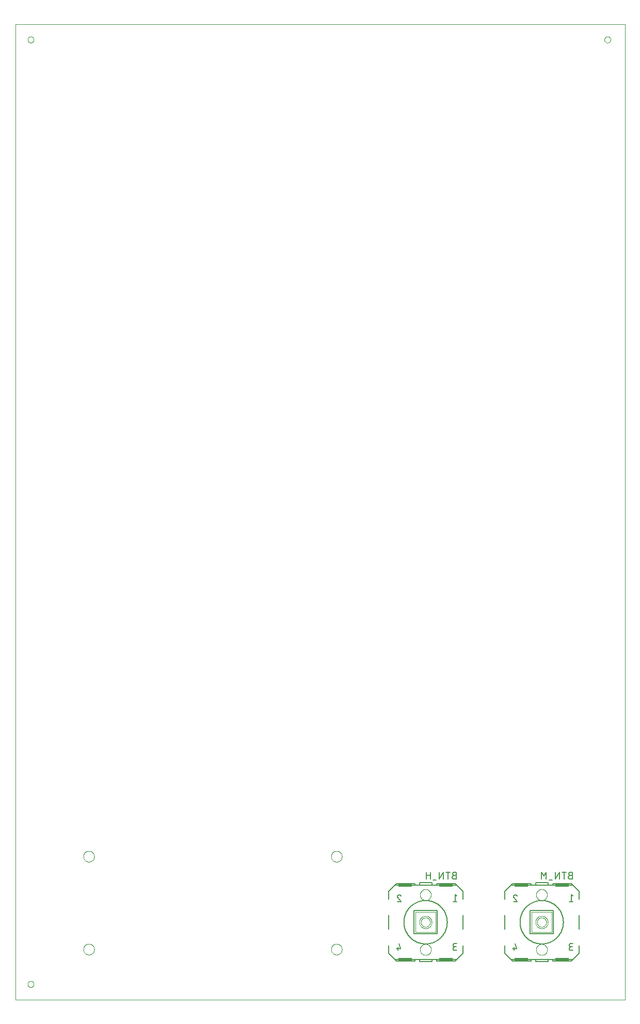
<source format=gbo>
G75*
%MOIN*%
%OFA0B0*%
%FSLAX25Y25*%
%IPPOS*%
%LPD*%
%AMOC8*
5,1,8,0,0,1.08239X$1,22.5*
%
%ADD10C,0.00000*%
%ADD11C,0.00600*%
%ADD12C,0.00200*%
%ADD13C,0.00500*%
%ADD14R,0.08500X0.02000*%
D10*
X0001000Y0001000D02*
X0001000Y0630921D01*
X0394701Y0630921D01*
X0394701Y0001000D01*
X0001000Y0001000D01*
X0009031Y0011000D02*
X0009033Y0011088D01*
X0009039Y0011176D01*
X0009049Y0011264D01*
X0009063Y0011352D01*
X0009080Y0011438D01*
X0009102Y0011524D01*
X0009127Y0011608D01*
X0009157Y0011692D01*
X0009189Y0011774D01*
X0009226Y0011854D01*
X0009266Y0011933D01*
X0009310Y0012010D01*
X0009357Y0012085D01*
X0009407Y0012157D01*
X0009461Y0012228D01*
X0009517Y0012295D01*
X0009577Y0012361D01*
X0009639Y0012423D01*
X0009705Y0012483D01*
X0009772Y0012539D01*
X0009843Y0012593D01*
X0009915Y0012643D01*
X0009990Y0012690D01*
X0010067Y0012734D01*
X0010146Y0012774D01*
X0010226Y0012811D01*
X0010308Y0012843D01*
X0010392Y0012873D01*
X0010476Y0012898D01*
X0010562Y0012920D01*
X0010648Y0012937D01*
X0010736Y0012951D01*
X0010824Y0012961D01*
X0010912Y0012967D01*
X0011000Y0012969D01*
X0011088Y0012967D01*
X0011176Y0012961D01*
X0011264Y0012951D01*
X0011352Y0012937D01*
X0011438Y0012920D01*
X0011524Y0012898D01*
X0011608Y0012873D01*
X0011692Y0012843D01*
X0011774Y0012811D01*
X0011854Y0012774D01*
X0011933Y0012734D01*
X0012010Y0012690D01*
X0012085Y0012643D01*
X0012157Y0012593D01*
X0012228Y0012539D01*
X0012295Y0012483D01*
X0012361Y0012423D01*
X0012423Y0012361D01*
X0012483Y0012295D01*
X0012539Y0012228D01*
X0012593Y0012157D01*
X0012643Y0012085D01*
X0012690Y0012010D01*
X0012734Y0011933D01*
X0012774Y0011854D01*
X0012811Y0011774D01*
X0012843Y0011692D01*
X0012873Y0011608D01*
X0012898Y0011524D01*
X0012920Y0011438D01*
X0012937Y0011352D01*
X0012951Y0011264D01*
X0012961Y0011176D01*
X0012967Y0011088D01*
X0012969Y0011000D01*
X0012967Y0010912D01*
X0012961Y0010824D01*
X0012951Y0010736D01*
X0012937Y0010648D01*
X0012920Y0010562D01*
X0012898Y0010476D01*
X0012873Y0010392D01*
X0012843Y0010308D01*
X0012811Y0010226D01*
X0012774Y0010146D01*
X0012734Y0010067D01*
X0012690Y0009990D01*
X0012643Y0009915D01*
X0012593Y0009843D01*
X0012539Y0009772D01*
X0012483Y0009705D01*
X0012423Y0009639D01*
X0012361Y0009577D01*
X0012295Y0009517D01*
X0012228Y0009461D01*
X0012157Y0009407D01*
X0012085Y0009357D01*
X0012010Y0009310D01*
X0011933Y0009266D01*
X0011854Y0009226D01*
X0011774Y0009189D01*
X0011692Y0009157D01*
X0011608Y0009127D01*
X0011524Y0009102D01*
X0011438Y0009080D01*
X0011352Y0009063D01*
X0011264Y0009049D01*
X0011176Y0009039D01*
X0011088Y0009033D01*
X0011000Y0009031D01*
X0010912Y0009033D01*
X0010824Y0009039D01*
X0010736Y0009049D01*
X0010648Y0009063D01*
X0010562Y0009080D01*
X0010476Y0009102D01*
X0010392Y0009127D01*
X0010308Y0009157D01*
X0010226Y0009189D01*
X0010146Y0009226D01*
X0010067Y0009266D01*
X0009990Y0009310D01*
X0009915Y0009357D01*
X0009843Y0009407D01*
X0009772Y0009461D01*
X0009705Y0009517D01*
X0009639Y0009577D01*
X0009577Y0009639D01*
X0009517Y0009705D01*
X0009461Y0009772D01*
X0009407Y0009843D01*
X0009357Y0009915D01*
X0009310Y0009990D01*
X0009266Y0010067D01*
X0009226Y0010146D01*
X0009189Y0010226D01*
X0009157Y0010308D01*
X0009127Y0010392D01*
X0009102Y0010476D01*
X0009080Y0010562D01*
X0009063Y0010648D01*
X0009049Y0010736D01*
X0009039Y0010824D01*
X0009033Y0010912D01*
X0009031Y0011000D01*
X0045000Y0033500D02*
X0045002Y0033618D01*
X0045008Y0033736D01*
X0045018Y0033854D01*
X0045032Y0033971D01*
X0045050Y0034088D01*
X0045072Y0034205D01*
X0045097Y0034320D01*
X0045127Y0034434D01*
X0045161Y0034548D01*
X0045198Y0034660D01*
X0045239Y0034771D01*
X0045284Y0034880D01*
X0045332Y0034988D01*
X0045384Y0035094D01*
X0045440Y0035199D01*
X0045499Y0035301D01*
X0045561Y0035401D01*
X0045627Y0035499D01*
X0045696Y0035595D01*
X0045769Y0035689D01*
X0045844Y0035780D01*
X0045923Y0035868D01*
X0046004Y0035954D01*
X0046089Y0036037D01*
X0046176Y0036117D01*
X0046265Y0036194D01*
X0046358Y0036268D01*
X0046452Y0036338D01*
X0046549Y0036406D01*
X0046649Y0036470D01*
X0046750Y0036531D01*
X0046853Y0036588D01*
X0046959Y0036642D01*
X0047066Y0036693D01*
X0047174Y0036739D01*
X0047284Y0036782D01*
X0047396Y0036821D01*
X0047509Y0036857D01*
X0047623Y0036888D01*
X0047738Y0036916D01*
X0047853Y0036940D01*
X0047970Y0036960D01*
X0048087Y0036976D01*
X0048205Y0036988D01*
X0048323Y0036996D01*
X0048441Y0037000D01*
X0048559Y0037000D01*
X0048677Y0036996D01*
X0048795Y0036988D01*
X0048913Y0036976D01*
X0049030Y0036960D01*
X0049147Y0036940D01*
X0049262Y0036916D01*
X0049377Y0036888D01*
X0049491Y0036857D01*
X0049604Y0036821D01*
X0049716Y0036782D01*
X0049826Y0036739D01*
X0049934Y0036693D01*
X0050041Y0036642D01*
X0050147Y0036588D01*
X0050250Y0036531D01*
X0050351Y0036470D01*
X0050451Y0036406D01*
X0050548Y0036338D01*
X0050642Y0036268D01*
X0050735Y0036194D01*
X0050824Y0036117D01*
X0050911Y0036037D01*
X0050996Y0035954D01*
X0051077Y0035868D01*
X0051156Y0035780D01*
X0051231Y0035689D01*
X0051304Y0035595D01*
X0051373Y0035499D01*
X0051439Y0035401D01*
X0051501Y0035301D01*
X0051560Y0035199D01*
X0051616Y0035094D01*
X0051668Y0034988D01*
X0051716Y0034880D01*
X0051761Y0034771D01*
X0051802Y0034660D01*
X0051839Y0034548D01*
X0051873Y0034434D01*
X0051903Y0034320D01*
X0051928Y0034205D01*
X0051950Y0034088D01*
X0051968Y0033971D01*
X0051982Y0033854D01*
X0051992Y0033736D01*
X0051998Y0033618D01*
X0052000Y0033500D01*
X0051998Y0033382D01*
X0051992Y0033264D01*
X0051982Y0033146D01*
X0051968Y0033029D01*
X0051950Y0032912D01*
X0051928Y0032795D01*
X0051903Y0032680D01*
X0051873Y0032566D01*
X0051839Y0032452D01*
X0051802Y0032340D01*
X0051761Y0032229D01*
X0051716Y0032120D01*
X0051668Y0032012D01*
X0051616Y0031906D01*
X0051560Y0031801D01*
X0051501Y0031699D01*
X0051439Y0031599D01*
X0051373Y0031501D01*
X0051304Y0031405D01*
X0051231Y0031311D01*
X0051156Y0031220D01*
X0051077Y0031132D01*
X0050996Y0031046D01*
X0050911Y0030963D01*
X0050824Y0030883D01*
X0050735Y0030806D01*
X0050642Y0030732D01*
X0050548Y0030662D01*
X0050451Y0030594D01*
X0050351Y0030530D01*
X0050250Y0030469D01*
X0050147Y0030412D01*
X0050041Y0030358D01*
X0049934Y0030307D01*
X0049826Y0030261D01*
X0049716Y0030218D01*
X0049604Y0030179D01*
X0049491Y0030143D01*
X0049377Y0030112D01*
X0049262Y0030084D01*
X0049147Y0030060D01*
X0049030Y0030040D01*
X0048913Y0030024D01*
X0048795Y0030012D01*
X0048677Y0030004D01*
X0048559Y0030000D01*
X0048441Y0030000D01*
X0048323Y0030004D01*
X0048205Y0030012D01*
X0048087Y0030024D01*
X0047970Y0030040D01*
X0047853Y0030060D01*
X0047738Y0030084D01*
X0047623Y0030112D01*
X0047509Y0030143D01*
X0047396Y0030179D01*
X0047284Y0030218D01*
X0047174Y0030261D01*
X0047066Y0030307D01*
X0046959Y0030358D01*
X0046853Y0030412D01*
X0046750Y0030469D01*
X0046649Y0030530D01*
X0046549Y0030594D01*
X0046452Y0030662D01*
X0046358Y0030732D01*
X0046265Y0030806D01*
X0046176Y0030883D01*
X0046089Y0030963D01*
X0046004Y0031046D01*
X0045923Y0031132D01*
X0045844Y0031220D01*
X0045769Y0031311D01*
X0045696Y0031405D01*
X0045627Y0031501D01*
X0045561Y0031599D01*
X0045499Y0031699D01*
X0045440Y0031801D01*
X0045384Y0031906D01*
X0045332Y0032012D01*
X0045284Y0032120D01*
X0045239Y0032229D01*
X0045198Y0032340D01*
X0045161Y0032452D01*
X0045127Y0032566D01*
X0045097Y0032680D01*
X0045072Y0032795D01*
X0045050Y0032912D01*
X0045032Y0033029D01*
X0045018Y0033146D01*
X0045008Y0033264D01*
X0045002Y0033382D01*
X0045000Y0033500D01*
X0045000Y0093500D02*
X0045002Y0093618D01*
X0045008Y0093736D01*
X0045018Y0093854D01*
X0045032Y0093971D01*
X0045050Y0094088D01*
X0045072Y0094205D01*
X0045097Y0094320D01*
X0045127Y0094434D01*
X0045161Y0094548D01*
X0045198Y0094660D01*
X0045239Y0094771D01*
X0045284Y0094880D01*
X0045332Y0094988D01*
X0045384Y0095094D01*
X0045440Y0095199D01*
X0045499Y0095301D01*
X0045561Y0095401D01*
X0045627Y0095499D01*
X0045696Y0095595D01*
X0045769Y0095689D01*
X0045844Y0095780D01*
X0045923Y0095868D01*
X0046004Y0095954D01*
X0046089Y0096037D01*
X0046176Y0096117D01*
X0046265Y0096194D01*
X0046358Y0096268D01*
X0046452Y0096338D01*
X0046549Y0096406D01*
X0046649Y0096470D01*
X0046750Y0096531D01*
X0046853Y0096588D01*
X0046959Y0096642D01*
X0047066Y0096693D01*
X0047174Y0096739D01*
X0047284Y0096782D01*
X0047396Y0096821D01*
X0047509Y0096857D01*
X0047623Y0096888D01*
X0047738Y0096916D01*
X0047853Y0096940D01*
X0047970Y0096960D01*
X0048087Y0096976D01*
X0048205Y0096988D01*
X0048323Y0096996D01*
X0048441Y0097000D01*
X0048559Y0097000D01*
X0048677Y0096996D01*
X0048795Y0096988D01*
X0048913Y0096976D01*
X0049030Y0096960D01*
X0049147Y0096940D01*
X0049262Y0096916D01*
X0049377Y0096888D01*
X0049491Y0096857D01*
X0049604Y0096821D01*
X0049716Y0096782D01*
X0049826Y0096739D01*
X0049934Y0096693D01*
X0050041Y0096642D01*
X0050147Y0096588D01*
X0050250Y0096531D01*
X0050351Y0096470D01*
X0050451Y0096406D01*
X0050548Y0096338D01*
X0050642Y0096268D01*
X0050735Y0096194D01*
X0050824Y0096117D01*
X0050911Y0096037D01*
X0050996Y0095954D01*
X0051077Y0095868D01*
X0051156Y0095780D01*
X0051231Y0095689D01*
X0051304Y0095595D01*
X0051373Y0095499D01*
X0051439Y0095401D01*
X0051501Y0095301D01*
X0051560Y0095199D01*
X0051616Y0095094D01*
X0051668Y0094988D01*
X0051716Y0094880D01*
X0051761Y0094771D01*
X0051802Y0094660D01*
X0051839Y0094548D01*
X0051873Y0094434D01*
X0051903Y0094320D01*
X0051928Y0094205D01*
X0051950Y0094088D01*
X0051968Y0093971D01*
X0051982Y0093854D01*
X0051992Y0093736D01*
X0051998Y0093618D01*
X0052000Y0093500D01*
X0051998Y0093382D01*
X0051992Y0093264D01*
X0051982Y0093146D01*
X0051968Y0093029D01*
X0051950Y0092912D01*
X0051928Y0092795D01*
X0051903Y0092680D01*
X0051873Y0092566D01*
X0051839Y0092452D01*
X0051802Y0092340D01*
X0051761Y0092229D01*
X0051716Y0092120D01*
X0051668Y0092012D01*
X0051616Y0091906D01*
X0051560Y0091801D01*
X0051501Y0091699D01*
X0051439Y0091599D01*
X0051373Y0091501D01*
X0051304Y0091405D01*
X0051231Y0091311D01*
X0051156Y0091220D01*
X0051077Y0091132D01*
X0050996Y0091046D01*
X0050911Y0090963D01*
X0050824Y0090883D01*
X0050735Y0090806D01*
X0050642Y0090732D01*
X0050548Y0090662D01*
X0050451Y0090594D01*
X0050351Y0090530D01*
X0050250Y0090469D01*
X0050147Y0090412D01*
X0050041Y0090358D01*
X0049934Y0090307D01*
X0049826Y0090261D01*
X0049716Y0090218D01*
X0049604Y0090179D01*
X0049491Y0090143D01*
X0049377Y0090112D01*
X0049262Y0090084D01*
X0049147Y0090060D01*
X0049030Y0090040D01*
X0048913Y0090024D01*
X0048795Y0090012D01*
X0048677Y0090004D01*
X0048559Y0090000D01*
X0048441Y0090000D01*
X0048323Y0090004D01*
X0048205Y0090012D01*
X0048087Y0090024D01*
X0047970Y0090040D01*
X0047853Y0090060D01*
X0047738Y0090084D01*
X0047623Y0090112D01*
X0047509Y0090143D01*
X0047396Y0090179D01*
X0047284Y0090218D01*
X0047174Y0090261D01*
X0047066Y0090307D01*
X0046959Y0090358D01*
X0046853Y0090412D01*
X0046750Y0090469D01*
X0046649Y0090530D01*
X0046549Y0090594D01*
X0046452Y0090662D01*
X0046358Y0090732D01*
X0046265Y0090806D01*
X0046176Y0090883D01*
X0046089Y0090963D01*
X0046004Y0091046D01*
X0045923Y0091132D01*
X0045844Y0091220D01*
X0045769Y0091311D01*
X0045696Y0091405D01*
X0045627Y0091501D01*
X0045561Y0091599D01*
X0045499Y0091699D01*
X0045440Y0091801D01*
X0045384Y0091906D01*
X0045332Y0092012D01*
X0045284Y0092120D01*
X0045239Y0092229D01*
X0045198Y0092340D01*
X0045161Y0092452D01*
X0045127Y0092566D01*
X0045097Y0092680D01*
X0045072Y0092795D01*
X0045050Y0092912D01*
X0045032Y0093029D01*
X0045018Y0093146D01*
X0045008Y0093264D01*
X0045002Y0093382D01*
X0045000Y0093500D01*
X0205000Y0093500D02*
X0205002Y0093618D01*
X0205008Y0093736D01*
X0205018Y0093854D01*
X0205032Y0093971D01*
X0205050Y0094088D01*
X0205072Y0094205D01*
X0205097Y0094320D01*
X0205127Y0094434D01*
X0205161Y0094548D01*
X0205198Y0094660D01*
X0205239Y0094771D01*
X0205284Y0094880D01*
X0205332Y0094988D01*
X0205384Y0095094D01*
X0205440Y0095199D01*
X0205499Y0095301D01*
X0205561Y0095401D01*
X0205627Y0095499D01*
X0205696Y0095595D01*
X0205769Y0095689D01*
X0205844Y0095780D01*
X0205923Y0095868D01*
X0206004Y0095954D01*
X0206089Y0096037D01*
X0206176Y0096117D01*
X0206265Y0096194D01*
X0206358Y0096268D01*
X0206452Y0096338D01*
X0206549Y0096406D01*
X0206649Y0096470D01*
X0206750Y0096531D01*
X0206853Y0096588D01*
X0206959Y0096642D01*
X0207066Y0096693D01*
X0207174Y0096739D01*
X0207284Y0096782D01*
X0207396Y0096821D01*
X0207509Y0096857D01*
X0207623Y0096888D01*
X0207738Y0096916D01*
X0207853Y0096940D01*
X0207970Y0096960D01*
X0208087Y0096976D01*
X0208205Y0096988D01*
X0208323Y0096996D01*
X0208441Y0097000D01*
X0208559Y0097000D01*
X0208677Y0096996D01*
X0208795Y0096988D01*
X0208913Y0096976D01*
X0209030Y0096960D01*
X0209147Y0096940D01*
X0209262Y0096916D01*
X0209377Y0096888D01*
X0209491Y0096857D01*
X0209604Y0096821D01*
X0209716Y0096782D01*
X0209826Y0096739D01*
X0209934Y0096693D01*
X0210041Y0096642D01*
X0210147Y0096588D01*
X0210250Y0096531D01*
X0210351Y0096470D01*
X0210451Y0096406D01*
X0210548Y0096338D01*
X0210642Y0096268D01*
X0210735Y0096194D01*
X0210824Y0096117D01*
X0210911Y0096037D01*
X0210996Y0095954D01*
X0211077Y0095868D01*
X0211156Y0095780D01*
X0211231Y0095689D01*
X0211304Y0095595D01*
X0211373Y0095499D01*
X0211439Y0095401D01*
X0211501Y0095301D01*
X0211560Y0095199D01*
X0211616Y0095094D01*
X0211668Y0094988D01*
X0211716Y0094880D01*
X0211761Y0094771D01*
X0211802Y0094660D01*
X0211839Y0094548D01*
X0211873Y0094434D01*
X0211903Y0094320D01*
X0211928Y0094205D01*
X0211950Y0094088D01*
X0211968Y0093971D01*
X0211982Y0093854D01*
X0211992Y0093736D01*
X0211998Y0093618D01*
X0212000Y0093500D01*
X0211998Y0093382D01*
X0211992Y0093264D01*
X0211982Y0093146D01*
X0211968Y0093029D01*
X0211950Y0092912D01*
X0211928Y0092795D01*
X0211903Y0092680D01*
X0211873Y0092566D01*
X0211839Y0092452D01*
X0211802Y0092340D01*
X0211761Y0092229D01*
X0211716Y0092120D01*
X0211668Y0092012D01*
X0211616Y0091906D01*
X0211560Y0091801D01*
X0211501Y0091699D01*
X0211439Y0091599D01*
X0211373Y0091501D01*
X0211304Y0091405D01*
X0211231Y0091311D01*
X0211156Y0091220D01*
X0211077Y0091132D01*
X0210996Y0091046D01*
X0210911Y0090963D01*
X0210824Y0090883D01*
X0210735Y0090806D01*
X0210642Y0090732D01*
X0210548Y0090662D01*
X0210451Y0090594D01*
X0210351Y0090530D01*
X0210250Y0090469D01*
X0210147Y0090412D01*
X0210041Y0090358D01*
X0209934Y0090307D01*
X0209826Y0090261D01*
X0209716Y0090218D01*
X0209604Y0090179D01*
X0209491Y0090143D01*
X0209377Y0090112D01*
X0209262Y0090084D01*
X0209147Y0090060D01*
X0209030Y0090040D01*
X0208913Y0090024D01*
X0208795Y0090012D01*
X0208677Y0090004D01*
X0208559Y0090000D01*
X0208441Y0090000D01*
X0208323Y0090004D01*
X0208205Y0090012D01*
X0208087Y0090024D01*
X0207970Y0090040D01*
X0207853Y0090060D01*
X0207738Y0090084D01*
X0207623Y0090112D01*
X0207509Y0090143D01*
X0207396Y0090179D01*
X0207284Y0090218D01*
X0207174Y0090261D01*
X0207066Y0090307D01*
X0206959Y0090358D01*
X0206853Y0090412D01*
X0206750Y0090469D01*
X0206649Y0090530D01*
X0206549Y0090594D01*
X0206452Y0090662D01*
X0206358Y0090732D01*
X0206265Y0090806D01*
X0206176Y0090883D01*
X0206089Y0090963D01*
X0206004Y0091046D01*
X0205923Y0091132D01*
X0205844Y0091220D01*
X0205769Y0091311D01*
X0205696Y0091405D01*
X0205627Y0091501D01*
X0205561Y0091599D01*
X0205499Y0091699D01*
X0205440Y0091801D01*
X0205384Y0091906D01*
X0205332Y0092012D01*
X0205284Y0092120D01*
X0205239Y0092229D01*
X0205198Y0092340D01*
X0205161Y0092452D01*
X0205127Y0092566D01*
X0205097Y0092680D01*
X0205072Y0092795D01*
X0205050Y0092912D01*
X0205032Y0093029D01*
X0205018Y0093146D01*
X0205008Y0093264D01*
X0205002Y0093382D01*
X0205000Y0093500D01*
X0205000Y0033500D02*
X0205002Y0033618D01*
X0205008Y0033736D01*
X0205018Y0033854D01*
X0205032Y0033971D01*
X0205050Y0034088D01*
X0205072Y0034205D01*
X0205097Y0034320D01*
X0205127Y0034434D01*
X0205161Y0034548D01*
X0205198Y0034660D01*
X0205239Y0034771D01*
X0205284Y0034880D01*
X0205332Y0034988D01*
X0205384Y0035094D01*
X0205440Y0035199D01*
X0205499Y0035301D01*
X0205561Y0035401D01*
X0205627Y0035499D01*
X0205696Y0035595D01*
X0205769Y0035689D01*
X0205844Y0035780D01*
X0205923Y0035868D01*
X0206004Y0035954D01*
X0206089Y0036037D01*
X0206176Y0036117D01*
X0206265Y0036194D01*
X0206358Y0036268D01*
X0206452Y0036338D01*
X0206549Y0036406D01*
X0206649Y0036470D01*
X0206750Y0036531D01*
X0206853Y0036588D01*
X0206959Y0036642D01*
X0207066Y0036693D01*
X0207174Y0036739D01*
X0207284Y0036782D01*
X0207396Y0036821D01*
X0207509Y0036857D01*
X0207623Y0036888D01*
X0207738Y0036916D01*
X0207853Y0036940D01*
X0207970Y0036960D01*
X0208087Y0036976D01*
X0208205Y0036988D01*
X0208323Y0036996D01*
X0208441Y0037000D01*
X0208559Y0037000D01*
X0208677Y0036996D01*
X0208795Y0036988D01*
X0208913Y0036976D01*
X0209030Y0036960D01*
X0209147Y0036940D01*
X0209262Y0036916D01*
X0209377Y0036888D01*
X0209491Y0036857D01*
X0209604Y0036821D01*
X0209716Y0036782D01*
X0209826Y0036739D01*
X0209934Y0036693D01*
X0210041Y0036642D01*
X0210147Y0036588D01*
X0210250Y0036531D01*
X0210351Y0036470D01*
X0210451Y0036406D01*
X0210548Y0036338D01*
X0210642Y0036268D01*
X0210735Y0036194D01*
X0210824Y0036117D01*
X0210911Y0036037D01*
X0210996Y0035954D01*
X0211077Y0035868D01*
X0211156Y0035780D01*
X0211231Y0035689D01*
X0211304Y0035595D01*
X0211373Y0035499D01*
X0211439Y0035401D01*
X0211501Y0035301D01*
X0211560Y0035199D01*
X0211616Y0035094D01*
X0211668Y0034988D01*
X0211716Y0034880D01*
X0211761Y0034771D01*
X0211802Y0034660D01*
X0211839Y0034548D01*
X0211873Y0034434D01*
X0211903Y0034320D01*
X0211928Y0034205D01*
X0211950Y0034088D01*
X0211968Y0033971D01*
X0211982Y0033854D01*
X0211992Y0033736D01*
X0211998Y0033618D01*
X0212000Y0033500D01*
X0211998Y0033382D01*
X0211992Y0033264D01*
X0211982Y0033146D01*
X0211968Y0033029D01*
X0211950Y0032912D01*
X0211928Y0032795D01*
X0211903Y0032680D01*
X0211873Y0032566D01*
X0211839Y0032452D01*
X0211802Y0032340D01*
X0211761Y0032229D01*
X0211716Y0032120D01*
X0211668Y0032012D01*
X0211616Y0031906D01*
X0211560Y0031801D01*
X0211501Y0031699D01*
X0211439Y0031599D01*
X0211373Y0031501D01*
X0211304Y0031405D01*
X0211231Y0031311D01*
X0211156Y0031220D01*
X0211077Y0031132D01*
X0210996Y0031046D01*
X0210911Y0030963D01*
X0210824Y0030883D01*
X0210735Y0030806D01*
X0210642Y0030732D01*
X0210548Y0030662D01*
X0210451Y0030594D01*
X0210351Y0030530D01*
X0210250Y0030469D01*
X0210147Y0030412D01*
X0210041Y0030358D01*
X0209934Y0030307D01*
X0209826Y0030261D01*
X0209716Y0030218D01*
X0209604Y0030179D01*
X0209491Y0030143D01*
X0209377Y0030112D01*
X0209262Y0030084D01*
X0209147Y0030060D01*
X0209030Y0030040D01*
X0208913Y0030024D01*
X0208795Y0030012D01*
X0208677Y0030004D01*
X0208559Y0030000D01*
X0208441Y0030000D01*
X0208323Y0030004D01*
X0208205Y0030012D01*
X0208087Y0030024D01*
X0207970Y0030040D01*
X0207853Y0030060D01*
X0207738Y0030084D01*
X0207623Y0030112D01*
X0207509Y0030143D01*
X0207396Y0030179D01*
X0207284Y0030218D01*
X0207174Y0030261D01*
X0207066Y0030307D01*
X0206959Y0030358D01*
X0206853Y0030412D01*
X0206750Y0030469D01*
X0206649Y0030530D01*
X0206549Y0030594D01*
X0206452Y0030662D01*
X0206358Y0030732D01*
X0206265Y0030806D01*
X0206176Y0030883D01*
X0206089Y0030963D01*
X0206004Y0031046D01*
X0205923Y0031132D01*
X0205844Y0031220D01*
X0205769Y0031311D01*
X0205696Y0031405D01*
X0205627Y0031501D01*
X0205561Y0031599D01*
X0205499Y0031699D01*
X0205440Y0031801D01*
X0205384Y0031906D01*
X0205332Y0032012D01*
X0205284Y0032120D01*
X0205239Y0032229D01*
X0205198Y0032340D01*
X0205161Y0032452D01*
X0205127Y0032566D01*
X0205097Y0032680D01*
X0205072Y0032795D01*
X0205050Y0032912D01*
X0205032Y0033029D01*
X0205018Y0033146D01*
X0205008Y0033264D01*
X0205002Y0033382D01*
X0205000Y0033500D01*
X0262450Y0033300D02*
X0262452Y0033419D01*
X0262458Y0033537D01*
X0262468Y0033655D01*
X0262482Y0033773D01*
X0262499Y0033890D01*
X0262521Y0034007D01*
X0262547Y0034123D01*
X0262576Y0034238D01*
X0262609Y0034352D01*
X0262646Y0034464D01*
X0262687Y0034576D01*
X0262732Y0034686D01*
X0262780Y0034794D01*
X0262832Y0034901D01*
X0262887Y0035006D01*
X0262946Y0035109D01*
X0263008Y0035210D01*
X0263073Y0035309D01*
X0263142Y0035406D01*
X0263214Y0035500D01*
X0263289Y0035592D01*
X0263367Y0035681D01*
X0263448Y0035768D01*
X0263532Y0035852D01*
X0263619Y0035933D01*
X0263708Y0036011D01*
X0263800Y0036086D01*
X0263894Y0036158D01*
X0263991Y0036227D01*
X0264090Y0036292D01*
X0264191Y0036354D01*
X0264294Y0036413D01*
X0264399Y0036468D01*
X0264506Y0036520D01*
X0264614Y0036568D01*
X0264724Y0036613D01*
X0264836Y0036654D01*
X0264948Y0036691D01*
X0265062Y0036724D01*
X0265177Y0036753D01*
X0265293Y0036779D01*
X0265410Y0036801D01*
X0265527Y0036818D01*
X0265645Y0036832D01*
X0265763Y0036842D01*
X0265881Y0036848D01*
X0266000Y0036850D01*
X0266119Y0036848D01*
X0266237Y0036842D01*
X0266355Y0036832D01*
X0266473Y0036818D01*
X0266590Y0036801D01*
X0266707Y0036779D01*
X0266823Y0036753D01*
X0266938Y0036724D01*
X0267052Y0036691D01*
X0267164Y0036654D01*
X0267276Y0036613D01*
X0267386Y0036568D01*
X0267494Y0036520D01*
X0267601Y0036468D01*
X0267706Y0036413D01*
X0267809Y0036354D01*
X0267910Y0036292D01*
X0268009Y0036227D01*
X0268106Y0036158D01*
X0268200Y0036086D01*
X0268292Y0036011D01*
X0268381Y0035933D01*
X0268468Y0035852D01*
X0268552Y0035768D01*
X0268633Y0035681D01*
X0268711Y0035592D01*
X0268786Y0035500D01*
X0268858Y0035406D01*
X0268927Y0035309D01*
X0268992Y0035210D01*
X0269054Y0035109D01*
X0269113Y0035006D01*
X0269168Y0034901D01*
X0269220Y0034794D01*
X0269268Y0034686D01*
X0269313Y0034576D01*
X0269354Y0034464D01*
X0269391Y0034352D01*
X0269424Y0034238D01*
X0269453Y0034123D01*
X0269479Y0034007D01*
X0269501Y0033890D01*
X0269518Y0033773D01*
X0269532Y0033655D01*
X0269542Y0033537D01*
X0269548Y0033419D01*
X0269550Y0033300D01*
X0269548Y0033181D01*
X0269542Y0033063D01*
X0269532Y0032945D01*
X0269518Y0032827D01*
X0269501Y0032710D01*
X0269479Y0032593D01*
X0269453Y0032477D01*
X0269424Y0032362D01*
X0269391Y0032248D01*
X0269354Y0032136D01*
X0269313Y0032024D01*
X0269268Y0031914D01*
X0269220Y0031806D01*
X0269168Y0031699D01*
X0269113Y0031594D01*
X0269054Y0031491D01*
X0268992Y0031390D01*
X0268927Y0031291D01*
X0268858Y0031194D01*
X0268786Y0031100D01*
X0268711Y0031008D01*
X0268633Y0030919D01*
X0268552Y0030832D01*
X0268468Y0030748D01*
X0268381Y0030667D01*
X0268292Y0030589D01*
X0268200Y0030514D01*
X0268106Y0030442D01*
X0268009Y0030373D01*
X0267910Y0030308D01*
X0267809Y0030246D01*
X0267706Y0030187D01*
X0267601Y0030132D01*
X0267494Y0030080D01*
X0267386Y0030032D01*
X0267276Y0029987D01*
X0267164Y0029946D01*
X0267052Y0029909D01*
X0266938Y0029876D01*
X0266823Y0029847D01*
X0266707Y0029821D01*
X0266590Y0029799D01*
X0266473Y0029782D01*
X0266355Y0029768D01*
X0266237Y0029758D01*
X0266119Y0029752D01*
X0266000Y0029750D01*
X0265881Y0029752D01*
X0265763Y0029758D01*
X0265645Y0029768D01*
X0265527Y0029782D01*
X0265410Y0029799D01*
X0265293Y0029821D01*
X0265177Y0029847D01*
X0265062Y0029876D01*
X0264948Y0029909D01*
X0264836Y0029946D01*
X0264724Y0029987D01*
X0264614Y0030032D01*
X0264506Y0030080D01*
X0264399Y0030132D01*
X0264294Y0030187D01*
X0264191Y0030246D01*
X0264090Y0030308D01*
X0263991Y0030373D01*
X0263894Y0030442D01*
X0263800Y0030514D01*
X0263708Y0030589D01*
X0263619Y0030667D01*
X0263532Y0030748D01*
X0263448Y0030832D01*
X0263367Y0030919D01*
X0263289Y0031008D01*
X0263214Y0031100D01*
X0263142Y0031194D01*
X0263073Y0031291D01*
X0263008Y0031390D01*
X0262946Y0031491D01*
X0262887Y0031594D01*
X0262832Y0031699D01*
X0262780Y0031806D01*
X0262732Y0031914D01*
X0262687Y0032024D01*
X0262646Y0032136D01*
X0262609Y0032248D01*
X0262576Y0032362D01*
X0262547Y0032477D01*
X0262521Y0032593D01*
X0262499Y0032710D01*
X0262482Y0032827D01*
X0262468Y0032945D01*
X0262458Y0033063D01*
X0262452Y0033181D01*
X0262450Y0033300D01*
X0262450Y0068700D02*
X0262452Y0068819D01*
X0262458Y0068937D01*
X0262468Y0069055D01*
X0262482Y0069173D01*
X0262499Y0069290D01*
X0262521Y0069407D01*
X0262547Y0069523D01*
X0262576Y0069638D01*
X0262609Y0069752D01*
X0262646Y0069864D01*
X0262687Y0069976D01*
X0262732Y0070086D01*
X0262780Y0070194D01*
X0262832Y0070301D01*
X0262887Y0070406D01*
X0262946Y0070509D01*
X0263008Y0070610D01*
X0263073Y0070709D01*
X0263142Y0070806D01*
X0263214Y0070900D01*
X0263289Y0070992D01*
X0263367Y0071081D01*
X0263448Y0071168D01*
X0263532Y0071252D01*
X0263619Y0071333D01*
X0263708Y0071411D01*
X0263800Y0071486D01*
X0263894Y0071558D01*
X0263991Y0071627D01*
X0264090Y0071692D01*
X0264191Y0071754D01*
X0264294Y0071813D01*
X0264399Y0071868D01*
X0264506Y0071920D01*
X0264614Y0071968D01*
X0264724Y0072013D01*
X0264836Y0072054D01*
X0264948Y0072091D01*
X0265062Y0072124D01*
X0265177Y0072153D01*
X0265293Y0072179D01*
X0265410Y0072201D01*
X0265527Y0072218D01*
X0265645Y0072232D01*
X0265763Y0072242D01*
X0265881Y0072248D01*
X0266000Y0072250D01*
X0266119Y0072248D01*
X0266237Y0072242D01*
X0266355Y0072232D01*
X0266473Y0072218D01*
X0266590Y0072201D01*
X0266707Y0072179D01*
X0266823Y0072153D01*
X0266938Y0072124D01*
X0267052Y0072091D01*
X0267164Y0072054D01*
X0267276Y0072013D01*
X0267386Y0071968D01*
X0267494Y0071920D01*
X0267601Y0071868D01*
X0267706Y0071813D01*
X0267809Y0071754D01*
X0267910Y0071692D01*
X0268009Y0071627D01*
X0268106Y0071558D01*
X0268200Y0071486D01*
X0268292Y0071411D01*
X0268381Y0071333D01*
X0268468Y0071252D01*
X0268552Y0071168D01*
X0268633Y0071081D01*
X0268711Y0070992D01*
X0268786Y0070900D01*
X0268858Y0070806D01*
X0268927Y0070709D01*
X0268992Y0070610D01*
X0269054Y0070509D01*
X0269113Y0070406D01*
X0269168Y0070301D01*
X0269220Y0070194D01*
X0269268Y0070086D01*
X0269313Y0069976D01*
X0269354Y0069864D01*
X0269391Y0069752D01*
X0269424Y0069638D01*
X0269453Y0069523D01*
X0269479Y0069407D01*
X0269501Y0069290D01*
X0269518Y0069173D01*
X0269532Y0069055D01*
X0269542Y0068937D01*
X0269548Y0068819D01*
X0269550Y0068700D01*
X0269548Y0068581D01*
X0269542Y0068463D01*
X0269532Y0068345D01*
X0269518Y0068227D01*
X0269501Y0068110D01*
X0269479Y0067993D01*
X0269453Y0067877D01*
X0269424Y0067762D01*
X0269391Y0067648D01*
X0269354Y0067536D01*
X0269313Y0067424D01*
X0269268Y0067314D01*
X0269220Y0067206D01*
X0269168Y0067099D01*
X0269113Y0066994D01*
X0269054Y0066891D01*
X0268992Y0066790D01*
X0268927Y0066691D01*
X0268858Y0066594D01*
X0268786Y0066500D01*
X0268711Y0066408D01*
X0268633Y0066319D01*
X0268552Y0066232D01*
X0268468Y0066148D01*
X0268381Y0066067D01*
X0268292Y0065989D01*
X0268200Y0065914D01*
X0268106Y0065842D01*
X0268009Y0065773D01*
X0267910Y0065708D01*
X0267809Y0065646D01*
X0267706Y0065587D01*
X0267601Y0065532D01*
X0267494Y0065480D01*
X0267386Y0065432D01*
X0267276Y0065387D01*
X0267164Y0065346D01*
X0267052Y0065309D01*
X0266938Y0065276D01*
X0266823Y0065247D01*
X0266707Y0065221D01*
X0266590Y0065199D01*
X0266473Y0065182D01*
X0266355Y0065168D01*
X0266237Y0065158D01*
X0266119Y0065152D01*
X0266000Y0065150D01*
X0265881Y0065152D01*
X0265763Y0065158D01*
X0265645Y0065168D01*
X0265527Y0065182D01*
X0265410Y0065199D01*
X0265293Y0065221D01*
X0265177Y0065247D01*
X0265062Y0065276D01*
X0264948Y0065309D01*
X0264836Y0065346D01*
X0264724Y0065387D01*
X0264614Y0065432D01*
X0264506Y0065480D01*
X0264399Y0065532D01*
X0264294Y0065587D01*
X0264191Y0065646D01*
X0264090Y0065708D01*
X0263991Y0065773D01*
X0263894Y0065842D01*
X0263800Y0065914D01*
X0263708Y0065989D01*
X0263619Y0066067D01*
X0263532Y0066148D01*
X0263448Y0066232D01*
X0263367Y0066319D01*
X0263289Y0066408D01*
X0263214Y0066500D01*
X0263142Y0066594D01*
X0263073Y0066691D01*
X0263008Y0066790D01*
X0262946Y0066891D01*
X0262887Y0066994D01*
X0262832Y0067099D01*
X0262780Y0067206D01*
X0262732Y0067314D01*
X0262687Y0067424D01*
X0262646Y0067536D01*
X0262609Y0067648D01*
X0262576Y0067762D01*
X0262547Y0067877D01*
X0262521Y0067993D01*
X0262499Y0068110D01*
X0262482Y0068227D01*
X0262468Y0068345D01*
X0262458Y0068463D01*
X0262452Y0068581D01*
X0262450Y0068700D01*
X0337450Y0068700D02*
X0337452Y0068819D01*
X0337458Y0068937D01*
X0337468Y0069055D01*
X0337482Y0069173D01*
X0337499Y0069290D01*
X0337521Y0069407D01*
X0337547Y0069523D01*
X0337576Y0069638D01*
X0337609Y0069752D01*
X0337646Y0069864D01*
X0337687Y0069976D01*
X0337732Y0070086D01*
X0337780Y0070194D01*
X0337832Y0070301D01*
X0337887Y0070406D01*
X0337946Y0070509D01*
X0338008Y0070610D01*
X0338073Y0070709D01*
X0338142Y0070806D01*
X0338214Y0070900D01*
X0338289Y0070992D01*
X0338367Y0071081D01*
X0338448Y0071168D01*
X0338532Y0071252D01*
X0338619Y0071333D01*
X0338708Y0071411D01*
X0338800Y0071486D01*
X0338894Y0071558D01*
X0338991Y0071627D01*
X0339090Y0071692D01*
X0339191Y0071754D01*
X0339294Y0071813D01*
X0339399Y0071868D01*
X0339506Y0071920D01*
X0339614Y0071968D01*
X0339724Y0072013D01*
X0339836Y0072054D01*
X0339948Y0072091D01*
X0340062Y0072124D01*
X0340177Y0072153D01*
X0340293Y0072179D01*
X0340410Y0072201D01*
X0340527Y0072218D01*
X0340645Y0072232D01*
X0340763Y0072242D01*
X0340881Y0072248D01*
X0341000Y0072250D01*
X0341119Y0072248D01*
X0341237Y0072242D01*
X0341355Y0072232D01*
X0341473Y0072218D01*
X0341590Y0072201D01*
X0341707Y0072179D01*
X0341823Y0072153D01*
X0341938Y0072124D01*
X0342052Y0072091D01*
X0342164Y0072054D01*
X0342276Y0072013D01*
X0342386Y0071968D01*
X0342494Y0071920D01*
X0342601Y0071868D01*
X0342706Y0071813D01*
X0342809Y0071754D01*
X0342910Y0071692D01*
X0343009Y0071627D01*
X0343106Y0071558D01*
X0343200Y0071486D01*
X0343292Y0071411D01*
X0343381Y0071333D01*
X0343468Y0071252D01*
X0343552Y0071168D01*
X0343633Y0071081D01*
X0343711Y0070992D01*
X0343786Y0070900D01*
X0343858Y0070806D01*
X0343927Y0070709D01*
X0343992Y0070610D01*
X0344054Y0070509D01*
X0344113Y0070406D01*
X0344168Y0070301D01*
X0344220Y0070194D01*
X0344268Y0070086D01*
X0344313Y0069976D01*
X0344354Y0069864D01*
X0344391Y0069752D01*
X0344424Y0069638D01*
X0344453Y0069523D01*
X0344479Y0069407D01*
X0344501Y0069290D01*
X0344518Y0069173D01*
X0344532Y0069055D01*
X0344542Y0068937D01*
X0344548Y0068819D01*
X0344550Y0068700D01*
X0344548Y0068581D01*
X0344542Y0068463D01*
X0344532Y0068345D01*
X0344518Y0068227D01*
X0344501Y0068110D01*
X0344479Y0067993D01*
X0344453Y0067877D01*
X0344424Y0067762D01*
X0344391Y0067648D01*
X0344354Y0067536D01*
X0344313Y0067424D01*
X0344268Y0067314D01*
X0344220Y0067206D01*
X0344168Y0067099D01*
X0344113Y0066994D01*
X0344054Y0066891D01*
X0343992Y0066790D01*
X0343927Y0066691D01*
X0343858Y0066594D01*
X0343786Y0066500D01*
X0343711Y0066408D01*
X0343633Y0066319D01*
X0343552Y0066232D01*
X0343468Y0066148D01*
X0343381Y0066067D01*
X0343292Y0065989D01*
X0343200Y0065914D01*
X0343106Y0065842D01*
X0343009Y0065773D01*
X0342910Y0065708D01*
X0342809Y0065646D01*
X0342706Y0065587D01*
X0342601Y0065532D01*
X0342494Y0065480D01*
X0342386Y0065432D01*
X0342276Y0065387D01*
X0342164Y0065346D01*
X0342052Y0065309D01*
X0341938Y0065276D01*
X0341823Y0065247D01*
X0341707Y0065221D01*
X0341590Y0065199D01*
X0341473Y0065182D01*
X0341355Y0065168D01*
X0341237Y0065158D01*
X0341119Y0065152D01*
X0341000Y0065150D01*
X0340881Y0065152D01*
X0340763Y0065158D01*
X0340645Y0065168D01*
X0340527Y0065182D01*
X0340410Y0065199D01*
X0340293Y0065221D01*
X0340177Y0065247D01*
X0340062Y0065276D01*
X0339948Y0065309D01*
X0339836Y0065346D01*
X0339724Y0065387D01*
X0339614Y0065432D01*
X0339506Y0065480D01*
X0339399Y0065532D01*
X0339294Y0065587D01*
X0339191Y0065646D01*
X0339090Y0065708D01*
X0338991Y0065773D01*
X0338894Y0065842D01*
X0338800Y0065914D01*
X0338708Y0065989D01*
X0338619Y0066067D01*
X0338532Y0066148D01*
X0338448Y0066232D01*
X0338367Y0066319D01*
X0338289Y0066408D01*
X0338214Y0066500D01*
X0338142Y0066594D01*
X0338073Y0066691D01*
X0338008Y0066790D01*
X0337946Y0066891D01*
X0337887Y0066994D01*
X0337832Y0067099D01*
X0337780Y0067206D01*
X0337732Y0067314D01*
X0337687Y0067424D01*
X0337646Y0067536D01*
X0337609Y0067648D01*
X0337576Y0067762D01*
X0337547Y0067877D01*
X0337521Y0067993D01*
X0337499Y0068110D01*
X0337482Y0068227D01*
X0337468Y0068345D01*
X0337458Y0068463D01*
X0337452Y0068581D01*
X0337450Y0068700D01*
X0337450Y0033300D02*
X0337452Y0033419D01*
X0337458Y0033537D01*
X0337468Y0033655D01*
X0337482Y0033773D01*
X0337499Y0033890D01*
X0337521Y0034007D01*
X0337547Y0034123D01*
X0337576Y0034238D01*
X0337609Y0034352D01*
X0337646Y0034464D01*
X0337687Y0034576D01*
X0337732Y0034686D01*
X0337780Y0034794D01*
X0337832Y0034901D01*
X0337887Y0035006D01*
X0337946Y0035109D01*
X0338008Y0035210D01*
X0338073Y0035309D01*
X0338142Y0035406D01*
X0338214Y0035500D01*
X0338289Y0035592D01*
X0338367Y0035681D01*
X0338448Y0035768D01*
X0338532Y0035852D01*
X0338619Y0035933D01*
X0338708Y0036011D01*
X0338800Y0036086D01*
X0338894Y0036158D01*
X0338991Y0036227D01*
X0339090Y0036292D01*
X0339191Y0036354D01*
X0339294Y0036413D01*
X0339399Y0036468D01*
X0339506Y0036520D01*
X0339614Y0036568D01*
X0339724Y0036613D01*
X0339836Y0036654D01*
X0339948Y0036691D01*
X0340062Y0036724D01*
X0340177Y0036753D01*
X0340293Y0036779D01*
X0340410Y0036801D01*
X0340527Y0036818D01*
X0340645Y0036832D01*
X0340763Y0036842D01*
X0340881Y0036848D01*
X0341000Y0036850D01*
X0341119Y0036848D01*
X0341237Y0036842D01*
X0341355Y0036832D01*
X0341473Y0036818D01*
X0341590Y0036801D01*
X0341707Y0036779D01*
X0341823Y0036753D01*
X0341938Y0036724D01*
X0342052Y0036691D01*
X0342164Y0036654D01*
X0342276Y0036613D01*
X0342386Y0036568D01*
X0342494Y0036520D01*
X0342601Y0036468D01*
X0342706Y0036413D01*
X0342809Y0036354D01*
X0342910Y0036292D01*
X0343009Y0036227D01*
X0343106Y0036158D01*
X0343200Y0036086D01*
X0343292Y0036011D01*
X0343381Y0035933D01*
X0343468Y0035852D01*
X0343552Y0035768D01*
X0343633Y0035681D01*
X0343711Y0035592D01*
X0343786Y0035500D01*
X0343858Y0035406D01*
X0343927Y0035309D01*
X0343992Y0035210D01*
X0344054Y0035109D01*
X0344113Y0035006D01*
X0344168Y0034901D01*
X0344220Y0034794D01*
X0344268Y0034686D01*
X0344313Y0034576D01*
X0344354Y0034464D01*
X0344391Y0034352D01*
X0344424Y0034238D01*
X0344453Y0034123D01*
X0344479Y0034007D01*
X0344501Y0033890D01*
X0344518Y0033773D01*
X0344532Y0033655D01*
X0344542Y0033537D01*
X0344548Y0033419D01*
X0344550Y0033300D01*
X0344548Y0033181D01*
X0344542Y0033063D01*
X0344532Y0032945D01*
X0344518Y0032827D01*
X0344501Y0032710D01*
X0344479Y0032593D01*
X0344453Y0032477D01*
X0344424Y0032362D01*
X0344391Y0032248D01*
X0344354Y0032136D01*
X0344313Y0032024D01*
X0344268Y0031914D01*
X0344220Y0031806D01*
X0344168Y0031699D01*
X0344113Y0031594D01*
X0344054Y0031491D01*
X0343992Y0031390D01*
X0343927Y0031291D01*
X0343858Y0031194D01*
X0343786Y0031100D01*
X0343711Y0031008D01*
X0343633Y0030919D01*
X0343552Y0030832D01*
X0343468Y0030748D01*
X0343381Y0030667D01*
X0343292Y0030589D01*
X0343200Y0030514D01*
X0343106Y0030442D01*
X0343009Y0030373D01*
X0342910Y0030308D01*
X0342809Y0030246D01*
X0342706Y0030187D01*
X0342601Y0030132D01*
X0342494Y0030080D01*
X0342386Y0030032D01*
X0342276Y0029987D01*
X0342164Y0029946D01*
X0342052Y0029909D01*
X0341938Y0029876D01*
X0341823Y0029847D01*
X0341707Y0029821D01*
X0341590Y0029799D01*
X0341473Y0029782D01*
X0341355Y0029768D01*
X0341237Y0029758D01*
X0341119Y0029752D01*
X0341000Y0029750D01*
X0340881Y0029752D01*
X0340763Y0029758D01*
X0340645Y0029768D01*
X0340527Y0029782D01*
X0340410Y0029799D01*
X0340293Y0029821D01*
X0340177Y0029847D01*
X0340062Y0029876D01*
X0339948Y0029909D01*
X0339836Y0029946D01*
X0339724Y0029987D01*
X0339614Y0030032D01*
X0339506Y0030080D01*
X0339399Y0030132D01*
X0339294Y0030187D01*
X0339191Y0030246D01*
X0339090Y0030308D01*
X0338991Y0030373D01*
X0338894Y0030442D01*
X0338800Y0030514D01*
X0338708Y0030589D01*
X0338619Y0030667D01*
X0338532Y0030748D01*
X0338448Y0030832D01*
X0338367Y0030919D01*
X0338289Y0031008D01*
X0338214Y0031100D01*
X0338142Y0031194D01*
X0338073Y0031291D01*
X0338008Y0031390D01*
X0337946Y0031491D01*
X0337887Y0031594D01*
X0337832Y0031699D01*
X0337780Y0031806D01*
X0337732Y0031914D01*
X0337687Y0032024D01*
X0337646Y0032136D01*
X0337609Y0032248D01*
X0337576Y0032362D01*
X0337547Y0032477D01*
X0337521Y0032593D01*
X0337499Y0032710D01*
X0337482Y0032827D01*
X0337468Y0032945D01*
X0337458Y0033063D01*
X0337452Y0033181D01*
X0337450Y0033300D01*
X0381531Y0621000D02*
X0381533Y0621088D01*
X0381539Y0621176D01*
X0381549Y0621264D01*
X0381563Y0621352D01*
X0381580Y0621438D01*
X0381602Y0621524D01*
X0381627Y0621608D01*
X0381657Y0621692D01*
X0381689Y0621774D01*
X0381726Y0621854D01*
X0381766Y0621933D01*
X0381810Y0622010D01*
X0381857Y0622085D01*
X0381907Y0622157D01*
X0381961Y0622228D01*
X0382017Y0622295D01*
X0382077Y0622361D01*
X0382139Y0622423D01*
X0382205Y0622483D01*
X0382272Y0622539D01*
X0382343Y0622593D01*
X0382415Y0622643D01*
X0382490Y0622690D01*
X0382567Y0622734D01*
X0382646Y0622774D01*
X0382726Y0622811D01*
X0382808Y0622843D01*
X0382892Y0622873D01*
X0382976Y0622898D01*
X0383062Y0622920D01*
X0383148Y0622937D01*
X0383236Y0622951D01*
X0383324Y0622961D01*
X0383412Y0622967D01*
X0383500Y0622969D01*
X0383588Y0622967D01*
X0383676Y0622961D01*
X0383764Y0622951D01*
X0383852Y0622937D01*
X0383938Y0622920D01*
X0384024Y0622898D01*
X0384108Y0622873D01*
X0384192Y0622843D01*
X0384274Y0622811D01*
X0384354Y0622774D01*
X0384433Y0622734D01*
X0384510Y0622690D01*
X0384585Y0622643D01*
X0384657Y0622593D01*
X0384728Y0622539D01*
X0384795Y0622483D01*
X0384861Y0622423D01*
X0384923Y0622361D01*
X0384983Y0622295D01*
X0385039Y0622228D01*
X0385093Y0622157D01*
X0385143Y0622085D01*
X0385190Y0622010D01*
X0385234Y0621933D01*
X0385274Y0621854D01*
X0385311Y0621774D01*
X0385343Y0621692D01*
X0385373Y0621608D01*
X0385398Y0621524D01*
X0385420Y0621438D01*
X0385437Y0621352D01*
X0385451Y0621264D01*
X0385461Y0621176D01*
X0385467Y0621088D01*
X0385469Y0621000D01*
X0385467Y0620912D01*
X0385461Y0620824D01*
X0385451Y0620736D01*
X0385437Y0620648D01*
X0385420Y0620562D01*
X0385398Y0620476D01*
X0385373Y0620392D01*
X0385343Y0620308D01*
X0385311Y0620226D01*
X0385274Y0620146D01*
X0385234Y0620067D01*
X0385190Y0619990D01*
X0385143Y0619915D01*
X0385093Y0619843D01*
X0385039Y0619772D01*
X0384983Y0619705D01*
X0384923Y0619639D01*
X0384861Y0619577D01*
X0384795Y0619517D01*
X0384728Y0619461D01*
X0384657Y0619407D01*
X0384585Y0619357D01*
X0384510Y0619310D01*
X0384433Y0619266D01*
X0384354Y0619226D01*
X0384274Y0619189D01*
X0384192Y0619157D01*
X0384108Y0619127D01*
X0384024Y0619102D01*
X0383938Y0619080D01*
X0383852Y0619063D01*
X0383764Y0619049D01*
X0383676Y0619039D01*
X0383588Y0619033D01*
X0383500Y0619031D01*
X0383412Y0619033D01*
X0383324Y0619039D01*
X0383236Y0619049D01*
X0383148Y0619063D01*
X0383062Y0619080D01*
X0382976Y0619102D01*
X0382892Y0619127D01*
X0382808Y0619157D01*
X0382726Y0619189D01*
X0382646Y0619226D01*
X0382567Y0619266D01*
X0382490Y0619310D01*
X0382415Y0619357D01*
X0382343Y0619407D01*
X0382272Y0619461D01*
X0382205Y0619517D01*
X0382139Y0619577D01*
X0382077Y0619639D01*
X0382017Y0619705D01*
X0381961Y0619772D01*
X0381907Y0619843D01*
X0381857Y0619915D01*
X0381810Y0619990D01*
X0381766Y0620067D01*
X0381726Y0620146D01*
X0381689Y0620226D01*
X0381657Y0620308D01*
X0381627Y0620392D01*
X0381602Y0620476D01*
X0381580Y0620562D01*
X0381563Y0620648D01*
X0381549Y0620736D01*
X0381539Y0620824D01*
X0381533Y0620912D01*
X0381531Y0621000D01*
X0009031Y0621000D02*
X0009033Y0621088D01*
X0009039Y0621176D01*
X0009049Y0621264D01*
X0009063Y0621352D01*
X0009080Y0621438D01*
X0009102Y0621524D01*
X0009127Y0621608D01*
X0009157Y0621692D01*
X0009189Y0621774D01*
X0009226Y0621854D01*
X0009266Y0621933D01*
X0009310Y0622010D01*
X0009357Y0622085D01*
X0009407Y0622157D01*
X0009461Y0622228D01*
X0009517Y0622295D01*
X0009577Y0622361D01*
X0009639Y0622423D01*
X0009705Y0622483D01*
X0009772Y0622539D01*
X0009843Y0622593D01*
X0009915Y0622643D01*
X0009990Y0622690D01*
X0010067Y0622734D01*
X0010146Y0622774D01*
X0010226Y0622811D01*
X0010308Y0622843D01*
X0010392Y0622873D01*
X0010476Y0622898D01*
X0010562Y0622920D01*
X0010648Y0622937D01*
X0010736Y0622951D01*
X0010824Y0622961D01*
X0010912Y0622967D01*
X0011000Y0622969D01*
X0011088Y0622967D01*
X0011176Y0622961D01*
X0011264Y0622951D01*
X0011352Y0622937D01*
X0011438Y0622920D01*
X0011524Y0622898D01*
X0011608Y0622873D01*
X0011692Y0622843D01*
X0011774Y0622811D01*
X0011854Y0622774D01*
X0011933Y0622734D01*
X0012010Y0622690D01*
X0012085Y0622643D01*
X0012157Y0622593D01*
X0012228Y0622539D01*
X0012295Y0622483D01*
X0012361Y0622423D01*
X0012423Y0622361D01*
X0012483Y0622295D01*
X0012539Y0622228D01*
X0012593Y0622157D01*
X0012643Y0622085D01*
X0012690Y0622010D01*
X0012734Y0621933D01*
X0012774Y0621854D01*
X0012811Y0621774D01*
X0012843Y0621692D01*
X0012873Y0621608D01*
X0012898Y0621524D01*
X0012920Y0621438D01*
X0012937Y0621352D01*
X0012951Y0621264D01*
X0012961Y0621176D01*
X0012967Y0621088D01*
X0012969Y0621000D01*
X0012967Y0620912D01*
X0012961Y0620824D01*
X0012951Y0620736D01*
X0012937Y0620648D01*
X0012920Y0620562D01*
X0012898Y0620476D01*
X0012873Y0620392D01*
X0012843Y0620308D01*
X0012811Y0620226D01*
X0012774Y0620146D01*
X0012734Y0620067D01*
X0012690Y0619990D01*
X0012643Y0619915D01*
X0012593Y0619843D01*
X0012539Y0619772D01*
X0012483Y0619705D01*
X0012423Y0619639D01*
X0012361Y0619577D01*
X0012295Y0619517D01*
X0012228Y0619461D01*
X0012157Y0619407D01*
X0012085Y0619357D01*
X0012010Y0619310D01*
X0011933Y0619266D01*
X0011854Y0619226D01*
X0011774Y0619189D01*
X0011692Y0619157D01*
X0011608Y0619127D01*
X0011524Y0619102D01*
X0011438Y0619080D01*
X0011352Y0619063D01*
X0011264Y0619049D01*
X0011176Y0619039D01*
X0011088Y0619033D01*
X0011000Y0619031D01*
X0010912Y0619033D01*
X0010824Y0619039D01*
X0010736Y0619049D01*
X0010648Y0619063D01*
X0010562Y0619080D01*
X0010476Y0619102D01*
X0010392Y0619127D01*
X0010308Y0619157D01*
X0010226Y0619189D01*
X0010146Y0619226D01*
X0010067Y0619266D01*
X0009990Y0619310D01*
X0009915Y0619357D01*
X0009843Y0619407D01*
X0009772Y0619461D01*
X0009705Y0619517D01*
X0009639Y0619577D01*
X0009577Y0619639D01*
X0009517Y0619705D01*
X0009461Y0619772D01*
X0009407Y0619843D01*
X0009357Y0619915D01*
X0009310Y0619990D01*
X0009266Y0620067D01*
X0009226Y0620146D01*
X0009189Y0620226D01*
X0009157Y0620308D01*
X0009127Y0620392D01*
X0009102Y0620476D01*
X0009080Y0620562D01*
X0009063Y0620648D01*
X0009049Y0620736D01*
X0009039Y0620824D01*
X0009033Y0620912D01*
X0009031Y0621000D01*
D11*
X0247000Y0076000D02*
X0259000Y0076000D01*
X0259000Y0075000D01*
X0262000Y0075000D01*
X0262000Y0076500D01*
X0270000Y0076500D01*
X0270000Y0075000D01*
X0273000Y0075000D01*
X0273000Y0076000D01*
X0285000Y0076000D01*
X0286000Y0075000D01*
X0290000Y0071000D01*
X0290000Y0066000D01*
X0286000Y0075000D02*
X0273000Y0075000D01*
X0270000Y0075000D02*
X0262000Y0075000D01*
X0259000Y0075000D02*
X0246000Y0075000D01*
X0247000Y0076000D01*
X0246000Y0075000D02*
X0242000Y0071000D01*
X0242000Y0066000D01*
X0242000Y0055500D02*
X0242000Y0046500D01*
X0242000Y0036000D02*
X0242000Y0031000D01*
X0246000Y0027000D01*
X0247000Y0026000D01*
X0259000Y0026000D01*
X0259000Y0027000D01*
X0246000Y0027000D01*
X0259000Y0027000D02*
X0262000Y0027000D01*
X0270000Y0027000D01*
X0273000Y0027000D01*
X0273000Y0026000D01*
X0285000Y0026000D01*
X0286000Y0027000D01*
X0273000Y0027000D01*
X0270000Y0027000D02*
X0270000Y0025500D01*
X0262000Y0025500D01*
X0262000Y0027000D01*
X0258500Y0043500D02*
X0273500Y0043500D01*
X0273500Y0058500D01*
X0258500Y0058500D01*
X0258500Y0043500D01*
X0252000Y0051000D02*
X0252004Y0051344D01*
X0252017Y0051687D01*
X0252038Y0052030D01*
X0252067Y0052372D01*
X0252105Y0052714D01*
X0252152Y0053054D01*
X0252206Y0053393D01*
X0252269Y0053731D01*
X0252340Y0054067D01*
X0252420Y0054402D01*
X0252507Y0054734D01*
X0252603Y0055064D01*
X0252707Y0055392D01*
X0252818Y0055716D01*
X0252938Y0056039D01*
X0253066Y0056358D01*
X0253201Y0056673D01*
X0253344Y0056986D01*
X0253495Y0057295D01*
X0253653Y0057600D01*
X0253819Y0057901D01*
X0253992Y0058197D01*
X0254172Y0058490D01*
X0254359Y0058778D01*
X0254554Y0059061D01*
X0254755Y0059340D01*
X0254963Y0059613D01*
X0255178Y0059882D01*
X0255399Y0060144D01*
X0255627Y0060402D01*
X0255861Y0060654D01*
X0256101Y0060899D01*
X0256346Y0061139D01*
X0256598Y0061373D01*
X0256856Y0061601D01*
X0257118Y0061822D01*
X0257387Y0062037D01*
X0257660Y0062245D01*
X0257939Y0062446D01*
X0258222Y0062641D01*
X0258510Y0062828D01*
X0258803Y0063008D01*
X0259099Y0063181D01*
X0259400Y0063347D01*
X0259705Y0063505D01*
X0260014Y0063656D01*
X0260327Y0063799D01*
X0260642Y0063934D01*
X0260961Y0064062D01*
X0261284Y0064182D01*
X0261608Y0064293D01*
X0261936Y0064397D01*
X0262266Y0064493D01*
X0262598Y0064580D01*
X0262933Y0064660D01*
X0263269Y0064731D01*
X0263607Y0064794D01*
X0263946Y0064848D01*
X0264286Y0064895D01*
X0264628Y0064933D01*
X0264970Y0064962D01*
X0265313Y0064983D01*
X0265656Y0064996D01*
X0266000Y0065000D01*
X0266344Y0064996D01*
X0266687Y0064983D01*
X0267030Y0064962D01*
X0267372Y0064933D01*
X0267714Y0064895D01*
X0268054Y0064848D01*
X0268393Y0064794D01*
X0268731Y0064731D01*
X0269067Y0064660D01*
X0269402Y0064580D01*
X0269734Y0064493D01*
X0270064Y0064397D01*
X0270392Y0064293D01*
X0270716Y0064182D01*
X0271039Y0064062D01*
X0271358Y0063934D01*
X0271673Y0063799D01*
X0271986Y0063656D01*
X0272295Y0063505D01*
X0272600Y0063347D01*
X0272901Y0063181D01*
X0273197Y0063008D01*
X0273490Y0062828D01*
X0273778Y0062641D01*
X0274061Y0062446D01*
X0274340Y0062245D01*
X0274613Y0062037D01*
X0274882Y0061822D01*
X0275144Y0061601D01*
X0275402Y0061373D01*
X0275654Y0061139D01*
X0275899Y0060899D01*
X0276139Y0060654D01*
X0276373Y0060402D01*
X0276601Y0060144D01*
X0276822Y0059882D01*
X0277037Y0059613D01*
X0277245Y0059340D01*
X0277446Y0059061D01*
X0277641Y0058778D01*
X0277828Y0058490D01*
X0278008Y0058197D01*
X0278181Y0057901D01*
X0278347Y0057600D01*
X0278505Y0057295D01*
X0278656Y0056986D01*
X0278799Y0056673D01*
X0278934Y0056358D01*
X0279062Y0056039D01*
X0279182Y0055716D01*
X0279293Y0055392D01*
X0279397Y0055064D01*
X0279493Y0054734D01*
X0279580Y0054402D01*
X0279660Y0054067D01*
X0279731Y0053731D01*
X0279794Y0053393D01*
X0279848Y0053054D01*
X0279895Y0052714D01*
X0279933Y0052372D01*
X0279962Y0052030D01*
X0279983Y0051687D01*
X0279996Y0051344D01*
X0280000Y0051000D01*
X0279996Y0050656D01*
X0279983Y0050313D01*
X0279962Y0049970D01*
X0279933Y0049628D01*
X0279895Y0049286D01*
X0279848Y0048946D01*
X0279794Y0048607D01*
X0279731Y0048269D01*
X0279660Y0047933D01*
X0279580Y0047598D01*
X0279493Y0047266D01*
X0279397Y0046936D01*
X0279293Y0046608D01*
X0279182Y0046284D01*
X0279062Y0045961D01*
X0278934Y0045642D01*
X0278799Y0045327D01*
X0278656Y0045014D01*
X0278505Y0044705D01*
X0278347Y0044400D01*
X0278181Y0044099D01*
X0278008Y0043803D01*
X0277828Y0043510D01*
X0277641Y0043222D01*
X0277446Y0042939D01*
X0277245Y0042660D01*
X0277037Y0042387D01*
X0276822Y0042118D01*
X0276601Y0041856D01*
X0276373Y0041598D01*
X0276139Y0041346D01*
X0275899Y0041101D01*
X0275654Y0040861D01*
X0275402Y0040627D01*
X0275144Y0040399D01*
X0274882Y0040178D01*
X0274613Y0039963D01*
X0274340Y0039755D01*
X0274061Y0039554D01*
X0273778Y0039359D01*
X0273490Y0039172D01*
X0273197Y0038992D01*
X0272901Y0038819D01*
X0272600Y0038653D01*
X0272295Y0038495D01*
X0271986Y0038344D01*
X0271673Y0038201D01*
X0271358Y0038066D01*
X0271039Y0037938D01*
X0270716Y0037818D01*
X0270392Y0037707D01*
X0270064Y0037603D01*
X0269734Y0037507D01*
X0269402Y0037420D01*
X0269067Y0037340D01*
X0268731Y0037269D01*
X0268393Y0037206D01*
X0268054Y0037152D01*
X0267714Y0037105D01*
X0267372Y0037067D01*
X0267030Y0037038D01*
X0266687Y0037017D01*
X0266344Y0037004D01*
X0266000Y0037000D01*
X0265656Y0037004D01*
X0265313Y0037017D01*
X0264970Y0037038D01*
X0264628Y0037067D01*
X0264286Y0037105D01*
X0263946Y0037152D01*
X0263607Y0037206D01*
X0263269Y0037269D01*
X0262933Y0037340D01*
X0262598Y0037420D01*
X0262266Y0037507D01*
X0261936Y0037603D01*
X0261608Y0037707D01*
X0261284Y0037818D01*
X0260961Y0037938D01*
X0260642Y0038066D01*
X0260327Y0038201D01*
X0260014Y0038344D01*
X0259705Y0038495D01*
X0259400Y0038653D01*
X0259099Y0038819D01*
X0258803Y0038992D01*
X0258510Y0039172D01*
X0258222Y0039359D01*
X0257939Y0039554D01*
X0257660Y0039755D01*
X0257387Y0039963D01*
X0257118Y0040178D01*
X0256856Y0040399D01*
X0256598Y0040627D01*
X0256346Y0040861D01*
X0256101Y0041101D01*
X0255861Y0041346D01*
X0255627Y0041598D01*
X0255399Y0041856D01*
X0255178Y0042118D01*
X0254963Y0042387D01*
X0254755Y0042660D01*
X0254554Y0042939D01*
X0254359Y0043222D01*
X0254172Y0043510D01*
X0253992Y0043803D01*
X0253819Y0044099D01*
X0253653Y0044400D01*
X0253495Y0044705D01*
X0253344Y0045014D01*
X0253201Y0045327D01*
X0253066Y0045642D01*
X0252938Y0045961D01*
X0252818Y0046284D01*
X0252707Y0046608D01*
X0252603Y0046936D01*
X0252507Y0047266D01*
X0252420Y0047598D01*
X0252340Y0047933D01*
X0252269Y0048269D01*
X0252206Y0048607D01*
X0252152Y0048946D01*
X0252105Y0049286D01*
X0252067Y0049628D01*
X0252038Y0049970D01*
X0252017Y0050313D01*
X0252004Y0050656D01*
X0252000Y0051000D01*
X0286000Y0027000D02*
X0290000Y0031000D01*
X0290000Y0036000D01*
X0290000Y0046500D02*
X0290000Y0055500D01*
X0317000Y0055500D02*
X0317000Y0046500D01*
X0317000Y0036000D02*
X0317000Y0031000D01*
X0321000Y0027000D01*
X0322000Y0026000D01*
X0334000Y0026000D01*
X0334000Y0027000D01*
X0321000Y0027000D01*
X0334000Y0027000D02*
X0337000Y0027000D01*
X0345000Y0027000D01*
X0348000Y0027000D01*
X0348000Y0026000D01*
X0360000Y0026000D01*
X0361000Y0027000D01*
X0348000Y0027000D01*
X0345000Y0027000D02*
X0345000Y0025500D01*
X0337000Y0025500D01*
X0337000Y0027000D01*
X0333500Y0043500D02*
X0348500Y0043500D01*
X0348500Y0058500D01*
X0333500Y0058500D01*
X0333500Y0043500D01*
X0327000Y0051000D02*
X0327004Y0051344D01*
X0327017Y0051687D01*
X0327038Y0052030D01*
X0327067Y0052372D01*
X0327105Y0052714D01*
X0327152Y0053054D01*
X0327206Y0053393D01*
X0327269Y0053731D01*
X0327340Y0054067D01*
X0327420Y0054402D01*
X0327507Y0054734D01*
X0327603Y0055064D01*
X0327707Y0055392D01*
X0327818Y0055716D01*
X0327938Y0056039D01*
X0328066Y0056358D01*
X0328201Y0056673D01*
X0328344Y0056986D01*
X0328495Y0057295D01*
X0328653Y0057600D01*
X0328819Y0057901D01*
X0328992Y0058197D01*
X0329172Y0058490D01*
X0329359Y0058778D01*
X0329554Y0059061D01*
X0329755Y0059340D01*
X0329963Y0059613D01*
X0330178Y0059882D01*
X0330399Y0060144D01*
X0330627Y0060402D01*
X0330861Y0060654D01*
X0331101Y0060899D01*
X0331346Y0061139D01*
X0331598Y0061373D01*
X0331856Y0061601D01*
X0332118Y0061822D01*
X0332387Y0062037D01*
X0332660Y0062245D01*
X0332939Y0062446D01*
X0333222Y0062641D01*
X0333510Y0062828D01*
X0333803Y0063008D01*
X0334099Y0063181D01*
X0334400Y0063347D01*
X0334705Y0063505D01*
X0335014Y0063656D01*
X0335327Y0063799D01*
X0335642Y0063934D01*
X0335961Y0064062D01*
X0336284Y0064182D01*
X0336608Y0064293D01*
X0336936Y0064397D01*
X0337266Y0064493D01*
X0337598Y0064580D01*
X0337933Y0064660D01*
X0338269Y0064731D01*
X0338607Y0064794D01*
X0338946Y0064848D01*
X0339286Y0064895D01*
X0339628Y0064933D01*
X0339970Y0064962D01*
X0340313Y0064983D01*
X0340656Y0064996D01*
X0341000Y0065000D01*
X0341344Y0064996D01*
X0341687Y0064983D01*
X0342030Y0064962D01*
X0342372Y0064933D01*
X0342714Y0064895D01*
X0343054Y0064848D01*
X0343393Y0064794D01*
X0343731Y0064731D01*
X0344067Y0064660D01*
X0344402Y0064580D01*
X0344734Y0064493D01*
X0345064Y0064397D01*
X0345392Y0064293D01*
X0345716Y0064182D01*
X0346039Y0064062D01*
X0346358Y0063934D01*
X0346673Y0063799D01*
X0346986Y0063656D01*
X0347295Y0063505D01*
X0347600Y0063347D01*
X0347901Y0063181D01*
X0348197Y0063008D01*
X0348490Y0062828D01*
X0348778Y0062641D01*
X0349061Y0062446D01*
X0349340Y0062245D01*
X0349613Y0062037D01*
X0349882Y0061822D01*
X0350144Y0061601D01*
X0350402Y0061373D01*
X0350654Y0061139D01*
X0350899Y0060899D01*
X0351139Y0060654D01*
X0351373Y0060402D01*
X0351601Y0060144D01*
X0351822Y0059882D01*
X0352037Y0059613D01*
X0352245Y0059340D01*
X0352446Y0059061D01*
X0352641Y0058778D01*
X0352828Y0058490D01*
X0353008Y0058197D01*
X0353181Y0057901D01*
X0353347Y0057600D01*
X0353505Y0057295D01*
X0353656Y0056986D01*
X0353799Y0056673D01*
X0353934Y0056358D01*
X0354062Y0056039D01*
X0354182Y0055716D01*
X0354293Y0055392D01*
X0354397Y0055064D01*
X0354493Y0054734D01*
X0354580Y0054402D01*
X0354660Y0054067D01*
X0354731Y0053731D01*
X0354794Y0053393D01*
X0354848Y0053054D01*
X0354895Y0052714D01*
X0354933Y0052372D01*
X0354962Y0052030D01*
X0354983Y0051687D01*
X0354996Y0051344D01*
X0355000Y0051000D01*
X0354996Y0050656D01*
X0354983Y0050313D01*
X0354962Y0049970D01*
X0354933Y0049628D01*
X0354895Y0049286D01*
X0354848Y0048946D01*
X0354794Y0048607D01*
X0354731Y0048269D01*
X0354660Y0047933D01*
X0354580Y0047598D01*
X0354493Y0047266D01*
X0354397Y0046936D01*
X0354293Y0046608D01*
X0354182Y0046284D01*
X0354062Y0045961D01*
X0353934Y0045642D01*
X0353799Y0045327D01*
X0353656Y0045014D01*
X0353505Y0044705D01*
X0353347Y0044400D01*
X0353181Y0044099D01*
X0353008Y0043803D01*
X0352828Y0043510D01*
X0352641Y0043222D01*
X0352446Y0042939D01*
X0352245Y0042660D01*
X0352037Y0042387D01*
X0351822Y0042118D01*
X0351601Y0041856D01*
X0351373Y0041598D01*
X0351139Y0041346D01*
X0350899Y0041101D01*
X0350654Y0040861D01*
X0350402Y0040627D01*
X0350144Y0040399D01*
X0349882Y0040178D01*
X0349613Y0039963D01*
X0349340Y0039755D01*
X0349061Y0039554D01*
X0348778Y0039359D01*
X0348490Y0039172D01*
X0348197Y0038992D01*
X0347901Y0038819D01*
X0347600Y0038653D01*
X0347295Y0038495D01*
X0346986Y0038344D01*
X0346673Y0038201D01*
X0346358Y0038066D01*
X0346039Y0037938D01*
X0345716Y0037818D01*
X0345392Y0037707D01*
X0345064Y0037603D01*
X0344734Y0037507D01*
X0344402Y0037420D01*
X0344067Y0037340D01*
X0343731Y0037269D01*
X0343393Y0037206D01*
X0343054Y0037152D01*
X0342714Y0037105D01*
X0342372Y0037067D01*
X0342030Y0037038D01*
X0341687Y0037017D01*
X0341344Y0037004D01*
X0341000Y0037000D01*
X0340656Y0037004D01*
X0340313Y0037017D01*
X0339970Y0037038D01*
X0339628Y0037067D01*
X0339286Y0037105D01*
X0338946Y0037152D01*
X0338607Y0037206D01*
X0338269Y0037269D01*
X0337933Y0037340D01*
X0337598Y0037420D01*
X0337266Y0037507D01*
X0336936Y0037603D01*
X0336608Y0037707D01*
X0336284Y0037818D01*
X0335961Y0037938D01*
X0335642Y0038066D01*
X0335327Y0038201D01*
X0335014Y0038344D01*
X0334705Y0038495D01*
X0334400Y0038653D01*
X0334099Y0038819D01*
X0333803Y0038992D01*
X0333510Y0039172D01*
X0333222Y0039359D01*
X0332939Y0039554D01*
X0332660Y0039755D01*
X0332387Y0039963D01*
X0332118Y0040178D01*
X0331856Y0040399D01*
X0331598Y0040627D01*
X0331346Y0040861D01*
X0331101Y0041101D01*
X0330861Y0041346D01*
X0330627Y0041598D01*
X0330399Y0041856D01*
X0330178Y0042118D01*
X0329963Y0042387D01*
X0329755Y0042660D01*
X0329554Y0042939D01*
X0329359Y0043222D01*
X0329172Y0043510D01*
X0328992Y0043803D01*
X0328819Y0044099D01*
X0328653Y0044400D01*
X0328495Y0044705D01*
X0328344Y0045014D01*
X0328201Y0045327D01*
X0328066Y0045642D01*
X0327938Y0045961D01*
X0327818Y0046284D01*
X0327707Y0046608D01*
X0327603Y0046936D01*
X0327507Y0047266D01*
X0327420Y0047598D01*
X0327340Y0047933D01*
X0327269Y0048269D01*
X0327206Y0048607D01*
X0327152Y0048946D01*
X0327105Y0049286D01*
X0327067Y0049628D01*
X0327038Y0049970D01*
X0327017Y0050313D01*
X0327004Y0050656D01*
X0327000Y0051000D01*
X0317000Y0066000D02*
X0317000Y0071000D01*
X0321000Y0075000D01*
X0322000Y0076000D01*
X0334000Y0076000D01*
X0334000Y0075000D01*
X0337000Y0075000D01*
X0337000Y0076500D01*
X0345000Y0076500D01*
X0345000Y0075000D01*
X0348000Y0075000D01*
X0348000Y0076000D01*
X0360000Y0076000D01*
X0361000Y0075000D01*
X0365000Y0071000D01*
X0365000Y0066000D01*
X0361000Y0075000D02*
X0348000Y0075000D01*
X0345000Y0075000D02*
X0337000Y0075000D01*
X0334000Y0075000D02*
X0321000Y0075000D01*
X0365000Y0031000D02*
X0361000Y0027000D01*
X0365000Y0031000D02*
X0365000Y0036000D01*
X0365000Y0046500D02*
X0365000Y0055500D01*
D12*
X0347500Y0057500D02*
X0347500Y0044500D01*
X0334500Y0044500D01*
X0334500Y0057500D01*
X0347500Y0057500D01*
X0338000Y0051000D02*
X0338002Y0051109D01*
X0338008Y0051218D01*
X0338018Y0051326D01*
X0338032Y0051434D01*
X0338049Y0051542D01*
X0338071Y0051649D01*
X0338096Y0051755D01*
X0338126Y0051859D01*
X0338159Y0051963D01*
X0338196Y0052066D01*
X0338236Y0052167D01*
X0338280Y0052266D01*
X0338328Y0052364D01*
X0338380Y0052461D01*
X0338434Y0052555D01*
X0338492Y0052647D01*
X0338554Y0052737D01*
X0338619Y0052824D01*
X0338686Y0052910D01*
X0338757Y0052993D01*
X0338831Y0053073D01*
X0338908Y0053150D01*
X0338987Y0053225D01*
X0339069Y0053296D01*
X0339154Y0053365D01*
X0339241Y0053430D01*
X0339330Y0053493D01*
X0339422Y0053551D01*
X0339516Y0053607D01*
X0339611Y0053659D01*
X0339709Y0053708D01*
X0339808Y0053753D01*
X0339909Y0053795D01*
X0340011Y0053832D01*
X0340114Y0053866D01*
X0340219Y0053897D01*
X0340325Y0053923D01*
X0340431Y0053946D01*
X0340539Y0053964D01*
X0340647Y0053979D01*
X0340755Y0053990D01*
X0340864Y0053997D01*
X0340973Y0054000D01*
X0341082Y0053999D01*
X0341191Y0053994D01*
X0341299Y0053985D01*
X0341407Y0053972D01*
X0341515Y0053955D01*
X0341622Y0053935D01*
X0341728Y0053910D01*
X0341833Y0053882D01*
X0341937Y0053850D01*
X0342040Y0053814D01*
X0342142Y0053774D01*
X0342242Y0053731D01*
X0342340Y0053684D01*
X0342437Y0053634D01*
X0342531Y0053580D01*
X0342624Y0053522D01*
X0342715Y0053462D01*
X0342803Y0053398D01*
X0342889Y0053331D01*
X0342972Y0053261D01*
X0343053Y0053188D01*
X0343131Y0053112D01*
X0343206Y0053033D01*
X0343279Y0052951D01*
X0343348Y0052867D01*
X0343414Y0052781D01*
X0343477Y0052692D01*
X0343537Y0052601D01*
X0343594Y0052508D01*
X0343647Y0052413D01*
X0343696Y0052316D01*
X0343742Y0052217D01*
X0343784Y0052117D01*
X0343823Y0052015D01*
X0343858Y0051911D01*
X0343889Y0051807D01*
X0343917Y0051702D01*
X0343940Y0051595D01*
X0343960Y0051488D01*
X0343976Y0051380D01*
X0343988Y0051272D01*
X0343996Y0051163D01*
X0344000Y0051054D01*
X0344000Y0050946D01*
X0343996Y0050837D01*
X0343988Y0050728D01*
X0343976Y0050620D01*
X0343960Y0050512D01*
X0343940Y0050405D01*
X0343917Y0050298D01*
X0343889Y0050193D01*
X0343858Y0050089D01*
X0343823Y0049985D01*
X0343784Y0049883D01*
X0343742Y0049783D01*
X0343696Y0049684D01*
X0343647Y0049587D01*
X0343594Y0049492D01*
X0343537Y0049399D01*
X0343477Y0049308D01*
X0343414Y0049219D01*
X0343348Y0049133D01*
X0343279Y0049049D01*
X0343206Y0048967D01*
X0343131Y0048888D01*
X0343053Y0048812D01*
X0342972Y0048739D01*
X0342889Y0048669D01*
X0342803Y0048602D01*
X0342715Y0048538D01*
X0342624Y0048478D01*
X0342531Y0048420D01*
X0342437Y0048366D01*
X0342340Y0048316D01*
X0342242Y0048269D01*
X0342142Y0048226D01*
X0342040Y0048186D01*
X0341937Y0048150D01*
X0341833Y0048118D01*
X0341728Y0048090D01*
X0341622Y0048065D01*
X0341515Y0048045D01*
X0341407Y0048028D01*
X0341299Y0048015D01*
X0341191Y0048006D01*
X0341082Y0048001D01*
X0340973Y0048000D01*
X0340864Y0048003D01*
X0340755Y0048010D01*
X0340647Y0048021D01*
X0340539Y0048036D01*
X0340431Y0048054D01*
X0340325Y0048077D01*
X0340219Y0048103D01*
X0340114Y0048134D01*
X0340011Y0048168D01*
X0339909Y0048205D01*
X0339808Y0048247D01*
X0339709Y0048292D01*
X0339611Y0048341D01*
X0339516Y0048393D01*
X0339422Y0048449D01*
X0339330Y0048507D01*
X0339241Y0048570D01*
X0339154Y0048635D01*
X0339069Y0048704D01*
X0338987Y0048775D01*
X0338908Y0048850D01*
X0338831Y0048927D01*
X0338757Y0049007D01*
X0338686Y0049090D01*
X0338619Y0049176D01*
X0338554Y0049263D01*
X0338492Y0049353D01*
X0338434Y0049445D01*
X0338380Y0049539D01*
X0338328Y0049636D01*
X0338280Y0049734D01*
X0338236Y0049833D01*
X0338196Y0049934D01*
X0338159Y0050037D01*
X0338126Y0050141D01*
X0338096Y0050245D01*
X0338071Y0050351D01*
X0338049Y0050458D01*
X0338032Y0050566D01*
X0338018Y0050674D01*
X0338008Y0050782D01*
X0338002Y0050891D01*
X0338000Y0051000D01*
X0337000Y0051000D02*
X0337002Y0051126D01*
X0337008Y0051252D01*
X0337018Y0051378D01*
X0337032Y0051504D01*
X0337050Y0051629D01*
X0337072Y0051753D01*
X0337097Y0051877D01*
X0337127Y0052000D01*
X0337160Y0052121D01*
X0337198Y0052242D01*
X0337239Y0052361D01*
X0337284Y0052480D01*
X0337332Y0052596D01*
X0337384Y0052711D01*
X0337440Y0052824D01*
X0337500Y0052936D01*
X0337563Y0053045D01*
X0337629Y0053153D01*
X0337698Y0053258D01*
X0337771Y0053361D01*
X0337848Y0053462D01*
X0337927Y0053560D01*
X0338009Y0053656D01*
X0338095Y0053749D01*
X0338183Y0053840D01*
X0338274Y0053927D01*
X0338368Y0054012D01*
X0338464Y0054093D01*
X0338563Y0054172D01*
X0338664Y0054247D01*
X0338768Y0054319D01*
X0338874Y0054388D01*
X0338982Y0054454D01*
X0339092Y0054516D01*
X0339204Y0054574D01*
X0339317Y0054629D01*
X0339433Y0054680D01*
X0339550Y0054728D01*
X0339668Y0054772D01*
X0339788Y0054812D01*
X0339909Y0054848D01*
X0340031Y0054881D01*
X0340154Y0054910D01*
X0340278Y0054934D01*
X0340402Y0054955D01*
X0340527Y0054972D01*
X0340653Y0054985D01*
X0340779Y0054994D01*
X0340905Y0054999D01*
X0341032Y0055000D01*
X0341158Y0054997D01*
X0341284Y0054990D01*
X0341410Y0054979D01*
X0341535Y0054964D01*
X0341660Y0054945D01*
X0341784Y0054922D01*
X0341908Y0054896D01*
X0342030Y0054865D01*
X0342152Y0054831D01*
X0342272Y0054792D01*
X0342391Y0054750D01*
X0342509Y0054705D01*
X0342625Y0054655D01*
X0342740Y0054602D01*
X0342852Y0054545D01*
X0342963Y0054485D01*
X0343072Y0054421D01*
X0343179Y0054354D01*
X0343284Y0054284D01*
X0343387Y0054210D01*
X0343487Y0054133D01*
X0343585Y0054053D01*
X0343680Y0053970D01*
X0343772Y0053884D01*
X0343862Y0053795D01*
X0343949Y0053703D01*
X0344032Y0053609D01*
X0344113Y0053512D01*
X0344191Y0053412D01*
X0344266Y0053310D01*
X0344337Y0053206D01*
X0344405Y0053099D01*
X0344469Y0052991D01*
X0344530Y0052880D01*
X0344588Y0052768D01*
X0344642Y0052654D01*
X0344692Y0052538D01*
X0344739Y0052421D01*
X0344782Y0052302D01*
X0344821Y0052182D01*
X0344857Y0052061D01*
X0344888Y0051938D01*
X0344916Y0051815D01*
X0344940Y0051691D01*
X0344960Y0051566D01*
X0344976Y0051441D01*
X0344988Y0051315D01*
X0344996Y0051189D01*
X0345000Y0051063D01*
X0345000Y0050937D01*
X0344996Y0050811D01*
X0344988Y0050685D01*
X0344976Y0050559D01*
X0344960Y0050434D01*
X0344940Y0050309D01*
X0344916Y0050185D01*
X0344888Y0050062D01*
X0344857Y0049939D01*
X0344821Y0049818D01*
X0344782Y0049698D01*
X0344739Y0049579D01*
X0344692Y0049462D01*
X0344642Y0049346D01*
X0344588Y0049232D01*
X0344530Y0049120D01*
X0344469Y0049009D01*
X0344405Y0048901D01*
X0344337Y0048794D01*
X0344266Y0048690D01*
X0344191Y0048588D01*
X0344113Y0048488D01*
X0344032Y0048391D01*
X0343949Y0048297D01*
X0343862Y0048205D01*
X0343772Y0048116D01*
X0343680Y0048030D01*
X0343585Y0047947D01*
X0343487Y0047867D01*
X0343387Y0047790D01*
X0343284Y0047716D01*
X0343179Y0047646D01*
X0343072Y0047579D01*
X0342963Y0047515D01*
X0342852Y0047455D01*
X0342740Y0047398D01*
X0342625Y0047345D01*
X0342509Y0047295D01*
X0342391Y0047250D01*
X0342272Y0047208D01*
X0342152Y0047169D01*
X0342030Y0047135D01*
X0341908Y0047104D01*
X0341784Y0047078D01*
X0341660Y0047055D01*
X0341535Y0047036D01*
X0341410Y0047021D01*
X0341284Y0047010D01*
X0341158Y0047003D01*
X0341032Y0047000D01*
X0340905Y0047001D01*
X0340779Y0047006D01*
X0340653Y0047015D01*
X0340527Y0047028D01*
X0340402Y0047045D01*
X0340278Y0047066D01*
X0340154Y0047090D01*
X0340031Y0047119D01*
X0339909Y0047152D01*
X0339788Y0047188D01*
X0339668Y0047228D01*
X0339550Y0047272D01*
X0339433Y0047320D01*
X0339317Y0047371D01*
X0339204Y0047426D01*
X0339092Y0047484D01*
X0338982Y0047546D01*
X0338874Y0047612D01*
X0338768Y0047681D01*
X0338664Y0047753D01*
X0338563Y0047828D01*
X0338464Y0047907D01*
X0338368Y0047988D01*
X0338274Y0048073D01*
X0338183Y0048160D01*
X0338095Y0048251D01*
X0338009Y0048344D01*
X0337927Y0048440D01*
X0337848Y0048538D01*
X0337771Y0048639D01*
X0337698Y0048742D01*
X0337629Y0048847D01*
X0337563Y0048955D01*
X0337500Y0049064D01*
X0337440Y0049176D01*
X0337384Y0049289D01*
X0337332Y0049404D01*
X0337284Y0049520D01*
X0337239Y0049639D01*
X0337198Y0049758D01*
X0337160Y0049879D01*
X0337127Y0050000D01*
X0337097Y0050123D01*
X0337072Y0050247D01*
X0337050Y0050371D01*
X0337032Y0050496D01*
X0337018Y0050622D01*
X0337008Y0050748D01*
X0337002Y0050874D01*
X0337000Y0051000D01*
X0272500Y0057500D02*
X0272500Y0044500D01*
X0259500Y0044500D01*
X0259500Y0057500D01*
X0272500Y0057500D01*
X0263000Y0051000D02*
X0263002Y0051109D01*
X0263008Y0051218D01*
X0263018Y0051326D01*
X0263032Y0051434D01*
X0263049Y0051542D01*
X0263071Y0051649D01*
X0263096Y0051755D01*
X0263126Y0051859D01*
X0263159Y0051963D01*
X0263196Y0052066D01*
X0263236Y0052167D01*
X0263280Y0052266D01*
X0263328Y0052364D01*
X0263380Y0052461D01*
X0263434Y0052555D01*
X0263492Y0052647D01*
X0263554Y0052737D01*
X0263619Y0052824D01*
X0263686Y0052910D01*
X0263757Y0052993D01*
X0263831Y0053073D01*
X0263908Y0053150D01*
X0263987Y0053225D01*
X0264069Y0053296D01*
X0264154Y0053365D01*
X0264241Y0053430D01*
X0264330Y0053493D01*
X0264422Y0053551D01*
X0264516Y0053607D01*
X0264611Y0053659D01*
X0264709Y0053708D01*
X0264808Y0053753D01*
X0264909Y0053795D01*
X0265011Y0053832D01*
X0265114Y0053866D01*
X0265219Y0053897D01*
X0265325Y0053923D01*
X0265431Y0053946D01*
X0265539Y0053964D01*
X0265647Y0053979D01*
X0265755Y0053990D01*
X0265864Y0053997D01*
X0265973Y0054000D01*
X0266082Y0053999D01*
X0266191Y0053994D01*
X0266299Y0053985D01*
X0266407Y0053972D01*
X0266515Y0053955D01*
X0266622Y0053935D01*
X0266728Y0053910D01*
X0266833Y0053882D01*
X0266937Y0053850D01*
X0267040Y0053814D01*
X0267142Y0053774D01*
X0267242Y0053731D01*
X0267340Y0053684D01*
X0267437Y0053634D01*
X0267531Y0053580D01*
X0267624Y0053522D01*
X0267715Y0053462D01*
X0267803Y0053398D01*
X0267889Y0053331D01*
X0267972Y0053261D01*
X0268053Y0053188D01*
X0268131Y0053112D01*
X0268206Y0053033D01*
X0268279Y0052951D01*
X0268348Y0052867D01*
X0268414Y0052781D01*
X0268477Y0052692D01*
X0268537Y0052601D01*
X0268594Y0052508D01*
X0268647Y0052413D01*
X0268696Y0052316D01*
X0268742Y0052217D01*
X0268784Y0052117D01*
X0268823Y0052015D01*
X0268858Y0051911D01*
X0268889Y0051807D01*
X0268917Y0051702D01*
X0268940Y0051595D01*
X0268960Y0051488D01*
X0268976Y0051380D01*
X0268988Y0051272D01*
X0268996Y0051163D01*
X0269000Y0051054D01*
X0269000Y0050946D01*
X0268996Y0050837D01*
X0268988Y0050728D01*
X0268976Y0050620D01*
X0268960Y0050512D01*
X0268940Y0050405D01*
X0268917Y0050298D01*
X0268889Y0050193D01*
X0268858Y0050089D01*
X0268823Y0049985D01*
X0268784Y0049883D01*
X0268742Y0049783D01*
X0268696Y0049684D01*
X0268647Y0049587D01*
X0268594Y0049492D01*
X0268537Y0049399D01*
X0268477Y0049308D01*
X0268414Y0049219D01*
X0268348Y0049133D01*
X0268279Y0049049D01*
X0268206Y0048967D01*
X0268131Y0048888D01*
X0268053Y0048812D01*
X0267972Y0048739D01*
X0267889Y0048669D01*
X0267803Y0048602D01*
X0267715Y0048538D01*
X0267624Y0048478D01*
X0267531Y0048420D01*
X0267437Y0048366D01*
X0267340Y0048316D01*
X0267242Y0048269D01*
X0267142Y0048226D01*
X0267040Y0048186D01*
X0266937Y0048150D01*
X0266833Y0048118D01*
X0266728Y0048090D01*
X0266622Y0048065D01*
X0266515Y0048045D01*
X0266407Y0048028D01*
X0266299Y0048015D01*
X0266191Y0048006D01*
X0266082Y0048001D01*
X0265973Y0048000D01*
X0265864Y0048003D01*
X0265755Y0048010D01*
X0265647Y0048021D01*
X0265539Y0048036D01*
X0265431Y0048054D01*
X0265325Y0048077D01*
X0265219Y0048103D01*
X0265114Y0048134D01*
X0265011Y0048168D01*
X0264909Y0048205D01*
X0264808Y0048247D01*
X0264709Y0048292D01*
X0264611Y0048341D01*
X0264516Y0048393D01*
X0264422Y0048449D01*
X0264330Y0048507D01*
X0264241Y0048570D01*
X0264154Y0048635D01*
X0264069Y0048704D01*
X0263987Y0048775D01*
X0263908Y0048850D01*
X0263831Y0048927D01*
X0263757Y0049007D01*
X0263686Y0049090D01*
X0263619Y0049176D01*
X0263554Y0049263D01*
X0263492Y0049353D01*
X0263434Y0049445D01*
X0263380Y0049539D01*
X0263328Y0049636D01*
X0263280Y0049734D01*
X0263236Y0049833D01*
X0263196Y0049934D01*
X0263159Y0050037D01*
X0263126Y0050141D01*
X0263096Y0050245D01*
X0263071Y0050351D01*
X0263049Y0050458D01*
X0263032Y0050566D01*
X0263018Y0050674D01*
X0263008Y0050782D01*
X0263002Y0050891D01*
X0263000Y0051000D01*
X0262000Y0051000D02*
X0262002Y0051126D01*
X0262008Y0051252D01*
X0262018Y0051378D01*
X0262032Y0051504D01*
X0262050Y0051629D01*
X0262072Y0051753D01*
X0262097Y0051877D01*
X0262127Y0052000D01*
X0262160Y0052121D01*
X0262198Y0052242D01*
X0262239Y0052361D01*
X0262284Y0052480D01*
X0262332Y0052596D01*
X0262384Y0052711D01*
X0262440Y0052824D01*
X0262500Y0052936D01*
X0262563Y0053045D01*
X0262629Y0053153D01*
X0262698Y0053258D01*
X0262771Y0053361D01*
X0262848Y0053462D01*
X0262927Y0053560D01*
X0263009Y0053656D01*
X0263095Y0053749D01*
X0263183Y0053840D01*
X0263274Y0053927D01*
X0263368Y0054012D01*
X0263464Y0054093D01*
X0263563Y0054172D01*
X0263664Y0054247D01*
X0263768Y0054319D01*
X0263874Y0054388D01*
X0263982Y0054454D01*
X0264092Y0054516D01*
X0264204Y0054574D01*
X0264317Y0054629D01*
X0264433Y0054680D01*
X0264550Y0054728D01*
X0264668Y0054772D01*
X0264788Y0054812D01*
X0264909Y0054848D01*
X0265031Y0054881D01*
X0265154Y0054910D01*
X0265278Y0054934D01*
X0265402Y0054955D01*
X0265527Y0054972D01*
X0265653Y0054985D01*
X0265779Y0054994D01*
X0265905Y0054999D01*
X0266032Y0055000D01*
X0266158Y0054997D01*
X0266284Y0054990D01*
X0266410Y0054979D01*
X0266535Y0054964D01*
X0266660Y0054945D01*
X0266784Y0054922D01*
X0266908Y0054896D01*
X0267030Y0054865D01*
X0267152Y0054831D01*
X0267272Y0054792D01*
X0267391Y0054750D01*
X0267509Y0054705D01*
X0267625Y0054655D01*
X0267740Y0054602D01*
X0267852Y0054545D01*
X0267963Y0054485D01*
X0268072Y0054421D01*
X0268179Y0054354D01*
X0268284Y0054284D01*
X0268387Y0054210D01*
X0268487Y0054133D01*
X0268585Y0054053D01*
X0268680Y0053970D01*
X0268772Y0053884D01*
X0268862Y0053795D01*
X0268949Y0053703D01*
X0269032Y0053609D01*
X0269113Y0053512D01*
X0269191Y0053412D01*
X0269266Y0053310D01*
X0269337Y0053206D01*
X0269405Y0053099D01*
X0269469Y0052991D01*
X0269530Y0052880D01*
X0269588Y0052768D01*
X0269642Y0052654D01*
X0269692Y0052538D01*
X0269739Y0052421D01*
X0269782Y0052302D01*
X0269821Y0052182D01*
X0269857Y0052061D01*
X0269888Y0051938D01*
X0269916Y0051815D01*
X0269940Y0051691D01*
X0269960Y0051566D01*
X0269976Y0051441D01*
X0269988Y0051315D01*
X0269996Y0051189D01*
X0270000Y0051063D01*
X0270000Y0050937D01*
X0269996Y0050811D01*
X0269988Y0050685D01*
X0269976Y0050559D01*
X0269960Y0050434D01*
X0269940Y0050309D01*
X0269916Y0050185D01*
X0269888Y0050062D01*
X0269857Y0049939D01*
X0269821Y0049818D01*
X0269782Y0049698D01*
X0269739Y0049579D01*
X0269692Y0049462D01*
X0269642Y0049346D01*
X0269588Y0049232D01*
X0269530Y0049120D01*
X0269469Y0049009D01*
X0269405Y0048901D01*
X0269337Y0048794D01*
X0269266Y0048690D01*
X0269191Y0048588D01*
X0269113Y0048488D01*
X0269032Y0048391D01*
X0268949Y0048297D01*
X0268862Y0048205D01*
X0268772Y0048116D01*
X0268680Y0048030D01*
X0268585Y0047947D01*
X0268487Y0047867D01*
X0268387Y0047790D01*
X0268284Y0047716D01*
X0268179Y0047646D01*
X0268072Y0047579D01*
X0267963Y0047515D01*
X0267852Y0047455D01*
X0267740Y0047398D01*
X0267625Y0047345D01*
X0267509Y0047295D01*
X0267391Y0047250D01*
X0267272Y0047208D01*
X0267152Y0047169D01*
X0267030Y0047135D01*
X0266908Y0047104D01*
X0266784Y0047078D01*
X0266660Y0047055D01*
X0266535Y0047036D01*
X0266410Y0047021D01*
X0266284Y0047010D01*
X0266158Y0047003D01*
X0266032Y0047000D01*
X0265905Y0047001D01*
X0265779Y0047006D01*
X0265653Y0047015D01*
X0265527Y0047028D01*
X0265402Y0047045D01*
X0265278Y0047066D01*
X0265154Y0047090D01*
X0265031Y0047119D01*
X0264909Y0047152D01*
X0264788Y0047188D01*
X0264668Y0047228D01*
X0264550Y0047272D01*
X0264433Y0047320D01*
X0264317Y0047371D01*
X0264204Y0047426D01*
X0264092Y0047484D01*
X0263982Y0047546D01*
X0263874Y0047612D01*
X0263768Y0047681D01*
X0263664Y0047753D01*
X0263563Y0047828D01*
X0263464Y0047907D01*
X0263368Y0047988D01*
X0263274Y0048073D01*
X0263183Y0048160D01*
X0263095Y0048251D01*
X0263009Y0048344D01*
X0262927Y0048440D01*
X0262848Y0048538D01*
X0262771Y0048639D01*
X0262698Y0048742D01*
X0262629Y0048847D01*
X0262563Y0048955D01*
X0262500Y0049064D01*
X0262440Y0049176D01*
X0262384Y0049289D01*
X0262332Y0049404D01*
X0262284Y0049520D01*
X0262239Y0049639D01*
X0262198Y0049758D01*
X0262160Y0049879D01*
X0262127Y0050000D01*
X0262097Y0050123D01*
X0262072Y0050247D01*
X0262050Y0050371D01*
X0262032Y0050496D01*
X0262018Y0050622D01*
X0262008Y0050748D01*
X0262002Y0050874D01*
X0262000Y0051000D01*
D13*
X0250250Y0064250D02*
X0247750Y0064250D01*
X0250250Y0064250D02*
X0248125Y0066750D01*
X0248875Y0068750D02*
X0248948Y0068748D01*
X0249020Y0068743D01*
X0249092Y0068734D01*
X0249164Y0068721D01*
X0249235Y0068705D01*
X0249305Y0068685D01*
X0249373Y0068661D01*
X0249441Y0068635D01*
X0249507Y0068604D01*
X0249572Y0068571D01*
X0249634Y0068534D01*
X0249695Y0068495D01*
X0249754Y0068452D01*
X0249811Y0068406D01*
X0249865Y0068358D01*
X0249916Y0068307D01*
X0249966Y0068253D01*
X0250012Y0068197D01*
X0250055Y0068139D01*
X0250096Y0068078D01*
X0250133Y0068016D01*
X0250167Y0067952D01*
X0250198Y0067886D01*
X0250226Y0067819D01*
X0250250Y0067750D01*
X0248125Y0066750D02*
X0248079Y0066796D01*
X0248035Y0066845D01*
X0247995Y0066896D01*
X0247957Y0066949D01*
X0247922Y0067004D01*
X0247890Y0067061D01*
X0247861Y0067119D01*
X0247835Y0067179D01*
X0247813Y0067241D01*
X0247794Y0067303D01*
X0247778Y0067366D01*
X0247766Y0067430D01*
X0247757Y0067495D01*
X0247752Y0067560D01*
X0247750Y0067625D01*
X0247752Y0067690D01*
X0247758Y0067756D01*
X0247767Y0067820D01*
X0247780Y0067884D01*
X0247797Y0067948D01*
X0247818Y0068010D01*
X0247842Y0068071D01*
X0247870Y0068130D01*
X0247901Y0068188D01*
X0247935Y0068243D01*
X0247973Y0068297D01*
X0248013Y0068348D01*
X0248057Y0068397D01*
X0248103Y0068443D01*
X0248152Y0068487D01*
X0248203Y0068527D01*
X0248257Y0068565D01*
X0248313Y0068599D01*
X0248370Y0068630D01*
X0248429Y0068658D01*
X0248490Y0068682D01*
X0248552Y0068703D01*
X0248616Y0068720D01*
X0248680Y0068733D01*
X0248744Y0068742D01*
X0248810Y0068748D01*
X0248875Y0068750D01*
X0266525Y0078750D02*
X0266525Y0083250D01*
X0266525Y0081250D02*
X0269025Y0081250D01*
X0269025Y0083250D02*
X0269025Y0078750D01*
X0270975Y0078250D02*
X0272975Y0078250D01*
X0274925Y0078750D02*
X0274925Y0083250D01*
X0277425Y0083250D02*
X0274925Y0078750D01*
X0277425Y0078750D02*
X0277425Y0083250D01*
X0279275Y0083250D02*
X0281775Y0083250D01*
X0280525Y0083250D02*
X0280525Y0078750D01*
X0284500Y0078750D02*
X0285750Y0078750D01*
X0285750Y0083250D01*
X0284500Y0083250D01*
X0284438Y0083248D01*
X0284377Y0083242D01*
X0284316Y0083233D01*
X0284256Y0083220D01*
X0284197Y0083203D01*
X0284139Y0083182D01*
X0284082Y0083158D01*
X0284027Y0083131D01*
X0283974Y0083100D01*
X0283922Y0083066D01*
X0283873Y0083029D01*
X0283826Y0082989D01*
X0283782Y0082946D01*
X0283741Y0082901D01*
X0283702Y0082853D01*
X0283666Y0082802D01*
X0283634Y0082750D01*
X0283605Y0082696D01*
X0283579Y0082640D01*
X0283557Y0082582D01*
X0283538Y0082524D01*
X0283523Y0082464D01*
X0283512Y0082403D01*
X0283504Y0082342D01*
X0283500Y0082281D01*
X0283500Y0082219D01*
X0283504Y0082158D01*
X0283512Y0082097D01*
X0283523Y0082036D01*
X0283538Y0081976D01*
X0283557Y0081918D01*
X0283579Y0081860D01*
X0283605Y0081804D01*
X0283634Y0081750D01*
X0283666Y0081698D01*
X0283702Y0081647D01*
X0283741Y0081599D01*
X0283782Y0081554D01*
X0283826Y0081511D01*
X0283873Y0081471D01*
X0283922Y0081434D01*
X0283974Y0081400D01*
X0284027Y0081369D01*
X0284082Y0081342D01*
X0284139Y0081318D01*
X0284197Y0081297D01*
X0284256Y0081280D01*
X0284316Y0081267D01*
X0284377Y0081258D01*
X0284438Y0081252D01*
X0284500Y0081250D01*
X0285750Y0081250D01*
X0284500Y0081250D02*
X0284431Y0081248D01*
X0284362Y0081242D01*
X0284294Y0081233D01*
X0284227Y0081220D01*
X0284160Y0081203D01*
X0284094Y0081182D01*
X0284030Y0081158D01*
X0283967Y0081130D01*
X0283905Y0081099D01*
X0283845Y0081065D01*
X0283788Y0081027D01*
X0283732Y0080986D01*
X0283679Y0080943D01*
X0283628Y0080896D01*
X0283580Y0080847D01*
X0283535Y0080795D01*
X0283493Y0080740D01*
X0283454Y0080684D01*
X0283417Y0080625D01*
X0283385Y0080564D01*
X0283355Y0080502D01*
X0283329Y0080438D01*
X0283307Y0080373D01*
X0283288Y0080307D01*
X0283273Y0080240D01*
X0283262Y0080172D01*
X0283254Y0080103D01*
X0283250Y0080034D01*
X0283250Y0079966D01*
X0283254Y0079897D01*
X0283262Y0079828D01*
X0283273Y0079760D01*
X0283288Y0079693D01*
X0283307Y0079627D01*
X0283329Y0079562D01*
X0283355Y0079498D01*
X0283385Y0079436D01*
X0283417Y0079375D01*
X0283454Y0079316D01*
X0283493Y0079260D01*
X0283535Y0079205D01*
X0283580Y0079153D01*
X0283628Y0079104D01*
X0283679Y0079057D01*
X0283732Y0079014D01*
X0283788Y0078973D01*
X0283845Y0078935D01*
X0283905Y0078901D01*
X0283967Y0078870D01*
X0284030Y0078842D01*
X0284094Y0078818D01*
X0284160Y0078797D01*
X0284227Y0078780D01*
X0284294Y0078767D01*
X0284362Y0078758D01*
X0284431Y0078752D01*
X0284500Y0078750D01*
X0285000Y0068750D02*
X0285000Y0064250D01*
X0286250Y0064250D02*
X0283750Y0064250D01*
X0286250Y0067750D02*
X0285000Y0068750D01*
X0284750Y0037250D02*
X0286250Y0037250D01*
X0284750Y0037250D02*
X0284688Y0037248D01*
X0284627Y0037242D01*
X0284566Y0037233D01*
X0284506Y0037220D01*
X0284447Y0037203D01*
X0284389Y0037182D01*
X0284332Y0037158D01*
X0284277Y0037131D01*
X0284224Y0037100D01*
X0284172Y0037066D01*
X0284123Y0037029D01*
X0284076Y0036989D01*
X0284032Y0036946D01*
X0283991Y0036901D01*
X0283952Y0036853D01*
X0283916Y0036802D01*
X0283884Y0036750D01*
X0283855Y0036696D01*
X0283829Y0036640D01*
X0283807Y0036582D01*
X0283788Y0036524D01*
X0283773Y0036464D01*
X0283762Y0036403D01*
X0283754Y0036342D01*
X0283750Y0036281D01*
X0283750Y0036219D01*
X0283754Y0036158D01*
X0283762Y0036097D01*
X0283773Y0036036D01*
X0283788Y0035976D01*
X0283807Y0035918D01*
X0283829Y0035860D01*
X0283855Y0035804D01*
X0283884Y0035750D01*
X0283916Y0035698D01*
X0283952Y0035647D01*
X0283991Y0035599D01*
X0284032Y0035554D01*
X0284076Y0035511D01*
X0284123Y0035471D01*
X0284172Y0035434D01*
X0284224Y0035400D01*
X0284277Y0035369D01*
X0284332Y0035342D01*
X0284389Y0035318D01*
X0284447Y0035297D01*
X0284506Y0035280D01*
X0284566Y0035267D01*
X0284627Y0035258D01*
X0284688Y0035252D01*
X0284750Y0035250D01*
X0285750Y0035250D01*
X0285000Y0035250D02*
X0284931Y0035248D01*
X0284862Y0035242D01*
X0284794Y0035233D01*
X0284727Y0035220D01*
X0284660Y0035203D01*
X0284594Y0035182D01*
X0284530Y0035158D01*
X0284467Y0035130D01*
X0284405Y0035099D01*
X0284345Y0035065D01*
X0284288Y0035027D01*
X0284232Y0034986D01*
X0284179Y0034943D01*
X0284128Y0034896D01*
X0284080Y0034847D01*
X0284035Y0034795D01*
X0283993Y0034740D01*
X0283954Y0034684D01*
X0283917Y0034625D01*
X0283885Y0034564D01*
X0283855Y0034502D01*
X0283829Y0034438D01*
X0283807Y0034373D01*
X0283788Y0034307D01*
X0283773Y0034240D01*
X0283762Y0034172D01*
X0283754Y0034103D01*
X0283750Y0034034D01*
X0283750Y0033966D01*
X0283754Y0033897D01*
X0283762Y0033828D01*
X0283773Y0033760D01*
X0283788Y0033693D01*
X0283807Y0033627D01*
X0283829Y0033562D01*
X0283855Y0033498D01*
X0283885Y0033436D01*
X0283917Y0033375D01*
X0283954Y0033316D01*
X0283993Y0033260D01*
X0284035Y0033205D01*
X0284080Y0033153D01*
X0284128Y0033104D01*
X0284179Y0033057D01*
X0284232Y0033014D01*
X0284288Y0032973D01*
X0284345Y0032935D01*
X0284405Y0032901D01*
X0284467Y0032870D01*
X0284530Y0032842D01*
X0284594Y0032818D01*
X0284660Y0032797D01*
X0284727Y0032780D01*
X0284794Y0032767D01*
X0284862Y0032758D01*
X0284931Y0032752D01*
X0285000Y0032750D01*
X0286250Y0032750D01*
X0322250Y0033750D02*
X0324750Y0033750D01*
X0323750Y0037250D01*
X0323000Y0034750D02*
X0323000Y0032750D01*
X0322750Y0064250D02*
X0325250Y0064250D01*
X0323125Y0066750D01*
X0323875Y0068750D02*
X0323948Y0068748D01*
X0324020Y0068743D01*
X0324092Y0068734D01*
X0324164Y0068721D01*
X0324235Y0068705D01*
X0324305Y0068685D01*
X0324373Y0068661D01*
X0324441Y0068635D01*
X0324507Y0068604D01*
X0324572Y0068571D01*
X0324634Y0068534D01*
X0324695Y0068495D01*
X0324754Y0068452D01*
X0324811Y0068406D01*
X0324865Y0068358D01*
X0324916Y0068307D01*
X0324966Y0068253D01*
X0325012Y0068197D01*
X0325055Y0068139D01*
X0325096Y0068078D01*
X0325133Y0068016D01*
X0325167Y0067952D01*
X0325198Y0067886D01*
X0325226Y0067819D01*
X0325250Y0067750D01*
X0323125Y0066750D02*
X0323079Y0066796D01*
X0323035Y0066845D01*
X0322995Y0066896D01*
X0322957Y0066949D01*
X0322922Y0067004D01*
X0322890Y0067061D01*
X0322861Y0067119D01*
X0322835Y0067179D01*
X0322813Y0067241D01*
X0322794Y0067303D01*
X0322778Y0067366D01*
X0322766Y0067430D01*
X0322757Y0067495D01*
X0322752Y0067560D01*
X0322750Y0067625D01*
X0322752Y0067690D01*
X0322758Y0067756D01*
X0322767Y0067820D01*
X0322780Y0067884D01*
X0322797Y0067948D01*
X0322818Y0068010D01*
X0322842Y0068071D01*
X0322870Y0068130D01*
X0322901Y0068188D01*
X0322935Y0068243D01*
X0322973Y0068297D01*
X0323013Y0068348D01*
X0323057Y0068397D01*
X0323103Y0068443D01*
X0323152Y0068487D01*
X0323203Y0068527D01*
X0323257Y0068565D01*
X0323313Y0068599D01*
X0323370Y0068630D01*
X0323429Y0068658D01*
X0323490Y0068682D01*
X0323552Y0068703D01*
X0323616Y0068720D01*
X0323680Y0068733D01*
X0323744Y0068742D01*
X0323810Y0068748D01*
X0323875Y0068750D01*
X0340975Y0078750D02*
X0340975Y0083250D01*
X0342475Y0080750D01*
X0343975Y0083250D01*
X0343975Y0078750D01*
X0345975Y0078250D02*
X0347975Y0078250D01*
X0349925Y0078750D02*
X0349925Y0083250D01*
X0352425Y0083250D02*
X0349925Y0078750D01*
X0352425Y0078750D02*
X0352425Y0083250D01*
X0354275Y0083250D02*
X0356775Y0083250D01*
X0355525Y0083250D02*
X0355525Y0078750D01*
X0359500Y0078750D02*
X0360750Y0078750D01*
X0360750Y0083250D01*
X0359500Y0083250D01*
X0359438Y0083248D01*
X0359377Y0083242D01*
X0359316Y0083233D01*
X0359256Y0083220D01*
X0359197Y0083203D01*
X0359139Y0083182D01*
X0359082Y0083158D01*
X0359027Y0083131D01*
X0358974Y0083100D01*
X0358922Y0083066D01*
X0358873Y0083029D01*
X0358826Y0082989D01*
X0358782Y0082946D01*
X0358741Y0082901D01*
X0358702Y0082853D01*
X0358666Y0082802D01*
X0358634Y0082750D01*
X0358605Y0082696D01*
X0358579Y0082640D01*
X0358557Y0082582D01*
X0358538Y0082524D01*
X0358523Y0082464D01*
X0358512Y0082403D01*
X0358504Y0082342D01*
X0358500Y0082281D01*
X0358500Y0082219D01*
X0358504Y0082158D01*
X0358512Y0082097D01*
X0358523Y0082036D01*
X0358538Y0081976D01*
X0358557Y0081918D01*
X0358579Y0081860D01*
X0358605Y0081804D01*
X0358634Y0081750D01*
X0358666Y0081698D01*
X0358702Y0081647D01*
X0358741Y0081599D01*
X0358782Y0081554D01*
X0358826Y0081511D01*
X0358873Y0081471D01*
X0358922Y0081434D01*
X0358974Y0081400D01*
X0359027Y0081369D01*
X0359082Y0081342D01*
X0359139Y0081318D01*
X0359197Y0081297D01*
X0359256Y0081280D01*
X0359316Y0081267D01*
X0359377Y0081258D01*
X0359438Y0081252D01*
X0359500Y0081250D01*
X0360750Y0081250D01*
X0359500Y0081250D02*
X0359431Y0081248D01*
X0359362Y0081242D01*
X0359294Y0081233D01*
X0359227Y0081220D01*
X0359160Y0081203D01*
X0359094Y0081182D01*
X0359030Y0081158D01*
X0358967Y0081130D01*
X0358905Y0081099D01*
X0358845Y0081065D01*
X0358788Y0081027D01*
X0358732Y0080986D01*
X0358679Y0080943D01*
X0358628Y0080896D01*
X0358580Y0080847D01*
X0358535Y0080795D01*
X0358493Y0080740D01*
X0358454Y0080684D01*
X0358417Y0080625D01*
X0358385Y0080564D01*
X0358355Y0080502D01*
X0358329Y0080438D01*
X0358307Y0080373D01*
X0358288Y0080307D01*
X0358273Y0080240D01*
X0358262Y0080172D01*
X0358254Y0080103D01*
X0358250Y0080034D01*
X0358250Y0079966D01*
X0358254Y0079897D01*
X0358262Y0079828D01*
X0358273Y0079760D01*
X0358288Y0079693D01*
X0358307Y0079627D01*
X0358329Y0079562D01*
X0358355Y0079498D01*
X0358385Y0079436D01*
X0358417Y0079375D01*
X0358454Y0079316D01*
X0358493Y0079260D01*
X0358535Y0079205D01*
X0358580Y0079153D01*
X0358628Y0079104D01*
X0358679Y0079057D01*
X0358732Y0079014D01*
X0358788Y0078973D01*
X0358845Y0078935D01*
X0358905Y0078901D01*
X0358967Y0078870D01*
X0359030Y0078842D01*
X0359094Y0078818D01*
X0359160Y0078797D01*
X0359227Y0078780D01*
X0359294Y0078767D01*
X0359362Y0078758D01*
X0359431Y0078752D01*
X0359500Y0078750D01*
X0360000Y0068750D02*
X0360000Y0064250D01*
X0361250Y0064250D02*
X0358750Y0064250D01*
X0361250Y0067750D02*
X0360000Y0068750D01*
X0359750Y0037250D02*
X0361250Y0037250D01*
X0359750Y0037250D02*
X0359688Y0037248D01*
X0359627Y0037242D01*
X0359566Y0037233D01*
X0359506Y0037220D01*
X0359447Y0037203D01*
X0359389Y0037182D01*
X0359332Y0037158D01*
X0359277Y0037131D01*
X0359224Y0037100D01*
X0359172Y0037066D01*
X0359123Y0037029D01*
X0359076Y0036989D01*
X0359032Y0036946D01*
X0358991Y0036901D01*
X0358952Y0036853D01*
X0358916Y0036802D01*
X0358884Y0036750D01*
X0358855Y0036696D01*
X0358829Y0036640D01*
X0358807Y0036582D01*
X0358788Y0036524D01*
X0358773Y0036464D01*
X0358762Y0036403D01*
X0358754Y0036342D01*
X0358750Y0036281D01*
X0358750Y0036219D01*
X0358754Y0036158D01*
X0358762Y0036097D01*
X0358773Y0036036D01*
X0358788Y0035976D01*
X0358807Y0035918D01*
X0358829Y0035860D01*
X0358855Y0035804D01*
X0358884Y0035750D01*
X0358916Y0035698D01*
X0358952Y0035647D01*
X0358991Y0035599D01*
X0359032Y0035554D01*
X0359076Y0035511D01*
X0359123Y0035471D01*
X0359172Y0035434D01*
X0359224Y0035400D01*
X0359277Y0035369D01*
X0359332Y0035342D01*
X0359389Y0035318D01*
X0359447Y0035297D01*
X0359506Y0035280D01*
X0359566Y0035267D01*
X0359627Y0035258D01*
X0359688Y0035252D01*
X0359750Y0035250D01*
X0360750Y0035250D01*
X0360000Y0035250D02*
X0359931Y0035248D01*
X0359862Y0035242D01*
X0359794Y0035233D01*
X0359727Y0035220D01*
X0359660Y0035203D01*
X0359594Y0035182D01*
X0359530Y0035158D01*
X0359467Y0035130D01*
X0359405Y0035099D01*
X0359345Y0035065D01*
X0359288Y0035027D01*
X0359232Y0034986D01*
X0359179Y0034943D01*
X0359128Y0034896D01*
X0359080Y0034847D01*
X0359035Y0034795D01*
X0358993Y0034740D01*
X0358954Y0034684D01*
X0358917Y0034625D01*
X0358885Y0034564D01*
X0358855Y0034502D01*
X0358829Y0034438D01*
X0358807Y0034373D01*
X0358788Y0034307D01*
X0358773Y0034240D01*
X0358762Y0034172D01*
X0358754Y0034103D01*
X0358750Y0034034D01*
X0358750Y0033966D01*
X0358754Y0033897D01*
X0358762Y0033828D01*
X0358773Y0033760D01*
X0358788Y0033693D01*
X0358807Y0033627D01*
X0358829Y0033562D01*
X0358855Y0033498D01*
X0358885Y0033436D01*
X0358917Y0033375D01*
X0358954Y0033316D01*
X0358993Y0033260D01*
X0359035Y0033205D01*
X0359080Y0033153D01*
X0359128Y0033104D01*
X0359179Y0033057D01*
X0359232Y0033014D01*
X0359288Y0032973D01*
X0359345Y0032935D01*
X0359405Y0032901D01*
X0359467Y0032870D01*
X0359530Y0032842D01*
X0359594Y0032818D01*
X0359660Y0032797D01*
X0359727Y0032780D01*
X0359794Y0032767D01*
X0359862Y0032758D01*
X0359931Y0032752D01*
X0360000Y0032750D01*
X0361250Y0032750D01*
X0249750Y0033750D02*
X0247250Y0033750D01*
X0248000Y0034750D02*
X0248000Y0032750D01*
X0249750Y0033750D02*
X0248750Y0037250D01*
D14*
X0252750Y0027000D03*
X0279250Y0027000D03*
X0279250Y0075000D03*
X0252750Y0075000D03*
X0327750Y0075000D03*
X0354250Y0075000D03*
X0354250Y0027000D03*
X0327750Y0027000D03*
M02*

</source>
